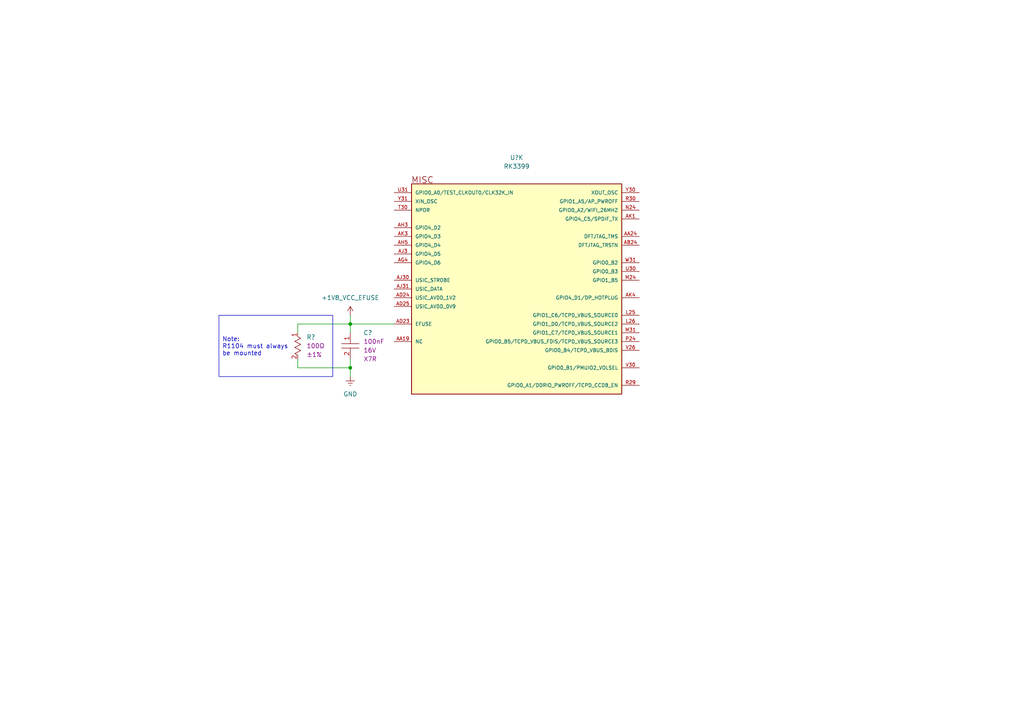
<source format=kicad_sch>
(kicad_sch (version 20250114) (generator "eeschema") (generator_version "9.0")
  (paper "A4")
  (title_block (date "2026-01-09") (rev "1.0.0"))
  (lib_symbols
    (symbol "component_library:Capacitors/CL05B104KO5NNNC"
      (property "Reference" "C" (at 1.27 -1.27 0))
      (property "Capacitance" "100nF" (at 0 0 0))
      (property "Voltage - Rated" "16V" (at 0 0 0))
      (property "Temperature Coefficient" "X7R" (at 0 0 0))
      (symbol "Capacitors/CL05B104KO5NNNC_1_1"
        (pin passive line (at 0 0 270) (length 3.175) (name "") (number "1"))
        (pin passive line (at 0 -7.62 90) (length 3.175) (name "") (number "2"))
      )
    )
    (symbol "component_library:Resistors/0402WGF1000TCE"
      (property "Reference" "R" (at 1.27 2.54 0))
      (property "Resistance" "100Ω" (at 0 0 0))
      (property "Tolerance" "±1%" (at 0 0 0))
      (symbol "Resistors/0402WGF1000TCE_1_1"
        (pin passive line (at 0 0 0) (length 1.143) (name "") (number "1"))
        (pin passive line (at 7.62 0 180) (length 1.143) (name "") (number "2"))
      )
    )
    (symbol "component_library:System On Chip (SoC)/RK3399" (pin_names (offset 1.016))
      (property "Reference" "U" (at -15.24 119.38 0))
      (property "Value" "RK3399" (at -10.8483 -124.354 0))
      (symbol "System On Chip (SoC)/RK3399_1_0"
        (text "Internal Logic Ground and Digital IO Ground" (at -30.48 116.84 0) (effects (font (size 1.7823 1.7823)) (justify left bottom)))
        (pin power_in line (at -20.32 114.3 0) (length 5.08) (name "VSS_1") (number "A1"))
        (pin power_in line (at -20.32 111.76 0) (length 5.08) (name "VSS_2") (number "A27"))
        (pin power_in line (at -20.32 109.22 0) (length 5.08) (name "VSS_3") (number "A31"))
        (pin power_in line (at -20.32 106.68 0) (length 5.08) (name "VSS_4") (number "AA3"))
        (pin power_in line (at -20.32 104.14 0) (length 5.08) (name "VSS_5") (number "AA5"))
        (pin power_in line (at -20.32 101.6 0) (length 5.08) (name "VSS_6") (number "AA9"))
        (pin power_in line (at -20.32 99.06 0) (length 5.08) (name "VSS_7") (number "AF18"))
        (pin power_in line (at -20.32 96.52 0) (length 5.08) (name "VSS_8") (number "Y3"))
        (pin power_in line (at -20.32 93.98 0) (length 5.08) (name "VSS_9") (number "AB9"))
        (pin power_in line (at -20.32 91.44 0) (length 5.08) (name "VSS_10") (number "AF20"))
        (pin power_in line (at -20.32 88.9 0) (length 5.08) (name "VSS_11") (number "AD22"))
        (pin power_in line (at -20.32 86.36 0) (length 5.08) (name "VSS_12") (number "AC22"))
        (pin power_in line (at -20.32 83.82 0) (length 5.08) (name "VSS_13") (number "AC20"))
        (pin power_in line (at -20.32 81.28 0) (length 5.08) (name "VSS_14") (number "AE23"))
        (pin power_in line (at -20.32 78.74 0) (length 5.08) (name "VSS_15") (number "Y10"))
        (pin power_in line (at -20.32 76.2 0) (length 5.08) (name "VSS_16") (number "AC3"))
        (pin power_in line (at -20.32 73.66 0) (length 5.08) (name "VSS_17") (number "AD3"))
        (pin power_in line (at -20.32 71.12 0) (length 5.08) (name "VSS_18") (number "AD5"))
        (pin power_in line (at -20.32 68.58 0) (length 5.08) (name "VSS_19") (number "AD10"))
        (pin power_in line (at -20.32 66.04 0) (length 5.08) (name "VSS_20") (number "AF9"))
        (pin power_in line (at -20.32 63.5 0) (length 5.08) (name "VSS_21") (number "AG2"))
        (pin power_in line (at -20.32 60.96 0) (length 5.08) (name "VSS_22") (number "AJ5"))
        (pin power_in line (at -20.32 58.42 0) (length 5.08) (name "VSS_23") (number "AL1"))
        (pin power_in line (at -20.32 55.88 0) (length 5.08) (name "VSS_24") (number "B5"))
        (pin power_in line (at -20.32 53.34 0) (length 5.08) (name "VSS_25") (number "C8"))
        (pin power_in line (at -20.32 50.8 0) (length 5.08) (name "VSS_26") (number "C9"))
        (pin power_in line (at -20.32 48.26 0) (length 5.08) (name "VSS_27") (number "C11"))
        (pin power_in line (at -20.32 45.72 0) (length 5.08) (name "VSS_28") (number "C12"))
        (pin power_in line (at -20.32 43.18 0) (length 5.08) (name "VSS_29") (number "C14"))
        (pin power_in line (at -20.32 40.64 0) (length 5.08) (name "VSS_30") (number "C15"))
        (pin power_in line (at -20.32 38.1 0) (length 5.08) (name "VSS_31") (number "C17"))
        (pin power_in line (at -20.32 35.56 0) (length 5.08) (name "VSS_32") (number "C18"))
        (pin power_in line (at -20.32 33.02 0) (length 5.08) (name "VSS_33") (number "C20"))
        (pin power_in line (at -20.32 30.48 0) (length 5.08) (name "VSS_34") (number "C21"))
        (pin power_in line (at -20.32 27.94 0) (length 5.08) (name "VSS_35") (number "C23"))
        (pin power_in line (at -20.32 25.4 0) (length 5.08) (name "VSS_36") (number "C24"))
        (pin power_in line (at -20.32 22.86 0) (length 5.08) (name "VSS_37") (number "C26"))
        (pin power_in line (at -20.32 20.32 0) (length 5.08) (name "VSS_38") (number "D5"))
        (pin power_in line (at -20.32 17.78 0) (length 5.08) (name "VSS_39") (number "E2"))
        (pin power_in line (at -20.32 15.24 0) (length 5.08) (name "VSS_40") (number "E4"))
        (pin power_in line (at -20.32 12.7 0) (length 5.08) (name "VSS_41") (number "E7"))
        (pin power_in line (at -20.32 10.16 0) (length 5.08) (name "VSS_42") (number "E12"))
        (pin power_in line (at -20.32 7.62 0) (length 5.08) (name "VSS_43") (number "E15"))
        (pin power_in line (at -20.32 5.08 0) (length 5.08) (name "VSS_44") (number "E18"))
        (pin power_in line (at -20.32 2.54 0) (length 5.08) (name "VSS_45") (number "E21"))
        (pin power_in line (at -20.32 0 0) (length 5.08) (name "VSS_46") (number "E24"))
        (pin power_in line (at -20.32 -2.54 0) (length 5.08) (name "VSS_47") (number "E31"))
        (pin power_in line (at -20.32 -5.08 0) (length 5.08) (name "VSS_48") (number "F8"))
        (pin power_in line (at -20.32 -7.62 0) (length 5.08) (name "VSS_49") (number "F15"))
        (pin power_in line (at -20.32 -10.16 0) (length 5.08) (name "VSS_50") (number "F18"))
        (pin power_in line (at -20.32 -12.7 0) (length 5.08) (name "VSS_51") (number "F20"))
        (pin power_in line (at -20.32 -15.24 0) (length 5.08) (name "VSS_52") (number "F21"))
        (pin power_in line (at -20.32 -17.78 0) (length 5.08) (name "VSS_53") (number "G5"))
        (pin power_in line (at -20.32 -20.32 0) (length 5.08) (name "VSS_54") (number "G9"))
        (pin power_in line (at -20.32 -22.86 0) (length 5.08) (name "VSS_55") (number "G18"))
        (pin power_in line (at -20.32 -25.4 0) (length 5.08) (name "VSS_56") (number "G27"))
        (pin power_in line (at -20.32 -27.94 0) (length 5.08) (name "VSS_57") (number "H3"))
        (pin power_in line (at -20.32 -30.48 0) (length 5.08) (name "VSS_58") (number "H9"))
        (pin power_in line (at -20.32 -33.02 0) (length 5.08) (name "VSS_59") (number "H10"))
        (pin power_in line (at -20.32 -35.56 0) (length 5.08) (name "VSS_60") (number "H11"))
        (pin power_in line (at -20.32 -38.1 0) (length 5.08) (name "VSS_61") (number "H12"))
        (pin power_in line (at -20.32 -40.64 0) (length 5.08) (name "VSS_62") (number "H13"))
        (pin power_in line (at -20.32 -43.18 0) (length 5.08) (name "VSS_63") (number "H15"))
        (pin power_in line (at -20.32 -45.72 0) (length 5.08) (name "VSS_64") (number "H16"))
        (pin power_in line (at -20.32 -48.26 0) (length 5.08) (name "VSS_65") (number "H17"))
        (pin power_in line (at -20.32 -50.8 0) (length 5.08) (name "VSS_66") (number "H18"))
        (pin power_in line (at -20.32 -53.34 0) (length 5.08) (name "VSS_67") (number "H26"))
        (pin power_in line (at -20.32 -55.88 0) (length 5.08) (name "VSS_68") (number "J3"))
        (pin power_in line (at -20.32 -58.42 0) (length 5.08) (name "VSS_69") (number "J6"))
        (pin power_in line (at -20.32 -60.96 0) (length 5.08) (name "VSS_70") (number "J7"))
        (pin power_in line (at -20.32 -63.5 0) (length 5.08) (name "VSS_71") (number "J8"))
        (pin power_in line (at -20.32 -66.04 0) (length 5.08) (name "VSS_72") (number "J9"))
        (pin power_in line (at -20.32 -68.58 0) (length 5.08) (name "VSS_73") (number "J10"))
        (pin power_in line (at -20.32 -71.12 0) (length 5.08) (name "VSS_74") (number "K8"))
        (pin power_in line (at -20.32 -73.66 0) (length 5.08) (name "VSS_75") (number "K9"))
        (pin power_in line (at -20.32 -76.2 0) (length 5.08) (name "VSS_76") (number "K10"))
        (pin power_in line (at -20.32 -78.74 0) (length 5.08) (name "VSS_77") (number "K12"))
        (pin power_in line (at -20.32 -81.28 0) (length 5.08) (name "VSS_78") (number "K14"))
        (pin power_in line (at -20.32 -83.82 0) (length 5.08) (name "VSS_79") (number "K16"))
        (pin power_in line (at -20.32 -86.36 0) (length 5.08) (name "VSS_80") (number "K18"))
        (pin power_in line (at -20.32 -88.9 0) (length 5.08) (name "VSS_81") (number "W21"))
        (pin power_in line (at -20.32 -91.44 0) (length 5.08) (name "VSS_82") (number "K20"))
        (pin power_in line (at -20.32 -93.98 0) (length 5.08) (name "VSS_83") (number "N19"))
        (pin power_in line (at -20.32 -96.52 0) (length 5.08) (name "VSS_84") (number "K22"))
        (pin power_in line (at -20.32 -99.06 0) (length 5.08) (name "VSS_85") (number "L3"))
        (pin power_in line (at -20.32 -101.6 0) (length 5.08) (name "VSS_86") (number "L6"))
        (pin power_in line (at -20.32 -104.14 0) (length 5.08) (name "VSS_87") (number "L8"))
        (pin power_in line (at -20.32 -106.68 0) (length 5.08) (name "VSS_88") (number "L11"))
        (pin power_in line (at -20.32 -109.22 0) (length 5.08) (name "VSS_89") (number "L12"))
        (pin power_in line (at -20.32 -111.76 0) (length 5.08) (name "VSS_90") (number "L13"))
        (pin power_in line (at 20.32 114.3 180) (length 5.08) (name "VSS_91") (number "L14"))
        (pin power_in line (at 20.32 111.76 180) (length 5.08) (name "VSS_92") (number "L15"))
        (pin power_in line (at 20.32 109.22 180) (length 5.08) (name "VSS_93") (number "L16"))
        (pin power_in line (at 20.32 106.68 180) (length 5.08) (name "VSS_94") (number "N17"))
        (pin power_in line (at 20.32 104.14 180) (length 5.08) (name "VSS_95") (number "Y17"))
        (pin power_in line (at 20.32 101.6 180) (length 5.08) (name "VSS_96") (number "L20"))
        (pin power_in line (at 20.32 99.06 180) (length 5.08) (name "VSS_97") (number "L22"))
        (pin power_in line (at 20.32 96.52 180) (length 5.08) (name "VSS_98") (number "N21"))
        (pin power_in line (at 20.32 93.98 180) (length 5.08) (name "VSS_99") (number "L27"))
        (pin power_in line (at 20.32 91.44 180) (length 5.08) (name "VSS_100") (number "M3"))
        (pin power_in line (at 20.32 88.9 180) (length 5.08) (name "VSS_101") (number "M8"))
        (pin power_in line (at 20.32 86.36 180) (length 5.08) (name "VSS_102") (number "M10"))
        (pin power_in line (at 20.32 83.82 180) (length 5.08) (name "VSS_103") (number "M16"))
        (pin power_in line (at 20.32 81.28 180) (length 5.08) (name "VSS_104") (number "M23"))
        (pin power_in line (at 20.32 78.74 180) (length 5.08) (name "VSS_105") (number "N8"))
        (pin power_in line (at 20.32 76.2 180) (length 5.08) (name "VSS_106") (number "P11"))
        (pin power_in line (at 20.32 73.66 180) (length 5.08) (name "VSS_107") (number "P12"))
        (pin power_in line (at 20.32 71.12 180) (length 5.08) (name "VSS_108") (number "N13"))
        (pin power_in line (at 20.32 68.58 180) (length 5.08) (name "VSS_109") (number "N14"))
        (pin power_in line (at 20.32 66.04 180) (length 5.08) (name "VSS_110") (number "N15"))
        (pin power_in line (at 20.32 63.5 180) (length 5.08) (name "VSS_111") (number "N16"))
        (pin power_in line (at 20.32 60.96 180) (length 5.08) (name "VSS_112") (number "P3"))
        (pin power_in line (at 20.32 58.42 180) (length 5.08) (name "VSS_113") (number "P6"))
        (pin power_in line (at 20.32 55.88 180) (length 5.08) (name "VSS_114") (number "P7"))
        (pin power_in line (at 20.32 53.34 180) (length 5.08) (name "VSS_115") (number "P8"))
        (pin power_in line (at 20.32 50.8 180) (length 5.08) (name "VSS_116") (number "P10"))
        (pin power_in line (at 20.32 48.26 180) (length 5.08) (name "VSS_117") (number "P16"))
        (pin power_in line (at 20.32 45.72 180) (length 5.08) (name "VSS_118") (number "Y16"))
        (pin power_in line (at 20.32 43.18 180) (length 5.08) (name "VSS_119") (number "P19"))
        (pin power_in line (at 20.32 40.64 180) (length 5.08) (name "VSS_120") (number "R21"))
        (pin power_in line (at 20.32 38.1 180) (length 5.08) (name "VSS_121") (number "P21"))
        (pin power_in line (at 20.32 35.56 180) (length 5.08) (name "VSS_122") (number "T19"))
        (pin power_in line (at 20.32 33.02 180) (length 5.08) (name "VSS_123") (number "R3"))
        (pin power_in line (at 20.32 30.48 180) (length 5.08) (name "VSS_124") (number "R5"))
        (pin power_in line (at 20.32 27.94 180) (length 5.08) (name "VSS_125") (number "R6"))
        (pin power_in line (at 20.32 25.4 180) (length 5.08) (name "VSS_126") (number "U11"))
        (pin power_in line (at 20.32 22.86 180) (length 5.08) (name "VSS_127") (number "U12"))
        (pin power_in line (at 20.32 20.32 180) (length 5.08) (name "VSS_128") (number "W13"))
        (pin power_in line (at 20.32 17.78 180) (length 5.08) (name "VSS_129") (number "R14"))
        (pin power_in line (at 20.32 15.24 180) (length 5.08) (name "VSS_130") (number "R15"))
        (pin power_in line (at 20.32 12.7 180) (length 5.08) (name "VSS_131") (number "R16"))
        (pin power_in line (at 20.32 10.16 180) (length 5.08) (name "VSS_132") (number "AC21"))
        (pin power_in line (at 20.32 7.62 180) (length 5.08) (name "VSS_133") (number "R23"))
        (pin power_in line (at 20.32 5.08 180) (length 5.08) (name "VSS_134") (number "T8"))
        (pin power_in line (at 20.32 2.54 180) (length 5.08) (name "VSS_135") (number "T10"))
        (pin power_in line (at 20.32 0 180) (length 5.08) (name "VSS_136") (number "Y12"))
        (pin power_in line (at 20.32 -2.54 180) (length 5.08) (name "VSS_137") (number "U14"))
        (pin power_in line (at 20.32 -5.08 180) (length 5.08) (name "VSS_138") (number "T16"))
        (pin power_in line (at 20.32 -7.62 180) (length 5.08) (name "VSS_139") (number "T21"))
        (pin power_in line (at 20.32 -10.16 180) (length 5.08) (name "VSS_140") (number "AB19"))
        (pin power_in line (at 20.32 -12.7 180) (length 5.08) (name "VSS_141") (number "U3"))
        (pin power_in line (at 20.32 -15.24 180) (length 5.08) (name "VSS_142") (number "U8"))
        (pin power_in line (at 20.32 -17.78 180) (length 5.08) (name "VSS_143") (number "U15"))
        (pin power_in line (at 20.32 -20.32 180) (length 5.08) (name "VSS_144") (number "U16"))
        (pin power_in line (at 20.32 -22.86 180) (length 5.08) (name "VSS_145") (number "AC18"))
        (pin power_in line (at 20.32 -25.4 180) (length 5.08) (name "VSS_146") (number "U19"))
        (pin power_in line (at 20.32 -27.94 180) (length 5.08) (name "VSS_147") (number "U21"))
        (pin power_in line (at 20.32 -30.48 180) (length 5.08) (name "VSS_148") (number "V17"))
        (pin power_in line (at 20.32 -33.02 180) (length 5.08) (name "VSS_149") (number "U22"))
        (pin power_in line (at 20.32 -35.56 180) (length 5.08) (name "VSS_150") (number "U29"))
        (pin power_in line (at 20.32 -38.1 180) (length 5.08) (name "VSS_151") (number "V3"))
        (pin power_in line (at 20.32 -40.64 180) (length 5.08) (name "VSS_152") (number "V5"))
        (pin power_in line (at 20.32 -43.18 180) (length 5.08) (name "VSS_153") (number "V8"))
        (pin power_in line (at 20.32 -45.72 180) (length 5.08) (name "VSS_154") (number "V10"))
        (pin power_in line (at 20.32 -48.26 180) (length 5.08) (name "VSS_155") (number "Y11"))
        (pin power_in line (at 20.32 -50.8 180) (length 5.08) (name "VSS_156") (number "Y14"))
        (pin power_in line (at 20.32 -53.34 180) (length 5.08) (name "VSS_157") (number "Y15"))
        (pin power_in line (at 20.32 -55.88 180) (length 5.08) (name "VSS_158") (number "W22"))
        (pin power_in line (at 20.32 -58.42 180) (length 5.08) (name "VSS_159") (number "W17"))
        (pin power_in line (at 20.32 -60.96 180) (length 5.08) (name "VSS_160") (number "W30"))
        (pin power_in line (at 20.32 -63.5 180) (length 5.08) (name "VSS_161") (number "W8"))
        (pin power_in line (at 20.32 -66.04 180) (length 5.08) (name "VSS_162") (number "W9"))
        (pin power_in line (at 20.32 -68.58 180) (length 5.08) (name "VSS_163") (number "AD21"))
        (pin power_in line (at 20.32 -71.12 180) (length 5.08) (name "VSS_164") (number "Y13"))
        (pin power_in line (at 20.32 -73.66 180) (length 5.08) (name "VSS_165") (number "R18"))
        (pin power_in line (at 20.32 -76.2 180) (length 5.08) (name "VSS_166") (number "Y9"))
        (pin power_in line (at 20.32 -78.74 180) (length 5.08) (name "VSS_167") (number "W19"))
        (pin power_in line (at 20.32 -81.28 180) (length 5.08) (name "VSS_168") (number "T18"))
        (pin power_in line (at 20.32 -83.82 180) (length 5.08) (name "VSS_169") (number "W18"))
        (pin power_in line (at 20.32 -86.36 180) (length 5.08) (name "VSS_170") (number "Y20"))
        (pin power_in line (at 20.32 -88.9 180) (length 5.08) (name "VSS_171") (number "AJ28"))
        (pin power_in line (at 20.32 -91.44 180) (length 5.08) (name "VSS_172") (number "AJ21"))
        (pin power_in line (at 20.32 -93.98 180) (length 5.08) (name "VSS_173") (number "AJ23"))
        (pin power_in line (at 20.32 -96.52 180) (length 5.08) (name "VSS_174") (number "AJ24"))
        (pin power_in line (at 20.32 -99.06 180) (length 5.08) (name "VSS_175") (number "AJ26"))
        (pin power_in line (at 20.32 -101.6 180) (length 5.08) (name "VSS_176") (number "AJ27"))
        (pin power_in line (at 20.32 -104.14 180) (length 5.08) (name "VSS_177") (number "AA13"))
        (pin power_in line (at 20.32 -106.68 180) (length 5.08) (name "VSS_178") (number "AL31"))
        (pin power_in line (at 20.32 -109.22 180) (length 5.08) (name "VSS_179") (number "AA10"))
        (pin power_in line (at 20.32 -111.76 180) (length 5.08) (name "VSS_180") (number "AJ20"))
      )
      (symbol "System On Chip (SoC)/RK3399_2_0"
        (text "Analog Ground" (at -15.3236 48.4013 0) (effects (font (size 1.784 1.784)) (justify left bottom)))
        (pin power_in line (at -20.32 43.18 0) (length 5.08) (name "AVSS_1") (number "Y23"))
        (pin power_in line (at -20.32 40.64 0) (length 5.08) (name "AVSS_2") (number "AF23"))
        (pin power_in line (at -20.32 38.1 0) (length 5.08) (name "AVSS_3") (number "AF24"))
        (pin power_in line (at -20.32 35.56 0) (length 5.08) (name "AVSS_4") (number "AA23"))
        (pin power_in line (at -20.32 33.02 0) (length 5.08) (name "AVSS_5") (number "AB23"))
        (pin power_in line (at -20.32 30.48 0) (length 5.08) (name "AVSS_6") (number "AA26"))
        (pin power_in line (at -20.32 27.94 0) (length 5.08) (name "AVSS_7") (number "AA29"))
        (pin power_in line (at -20.32 25.4 0) (length 5.08) (name "AVSS_8") (number "AB11"))
        (pin power_in line (at -20.32 22.86 0) (length 5.08) (name "AVSS_9") (number "AB13"))
        (pin power_in line (at -20.32 20.32 0) (length 5.08) (name "AVSS_10") (number "AC15"))
        (pin power_in line (at -20.32 17.78 0) (length 5.08) (name "AVSS_11") (number "AD13"))
        (pin power_in line (at -20.32 15.24 0) (length 5.08) (name "AVSS_12") (number "AB10"))
        (pin power_in line (at -20.32 12.7 0) (length 5.08) (name "AVSS_13") (number "AA11"))
        (pin power_in line (at -20.32 10.16 0) (length 5.08) (name "AVSS_14") (number "AC26"))
        (pin power_in line (at -20.32 7.62 0) (length 5.08) (name "AVSS_15") (number "AC29"))
        (pin power_in line (at -20.32 5.08 0) (length 5.08) (name "AVSS_16") (number "AD17"))
        (pin power_in line (at -20.32 2.54 0) (length 5.08) (name "AVSS_17") (number "AA12"))
        (pin power_in line (at -20.32 0 0) (length 5.08) (name "AVSS_18") (number "AC16"))
        (pin power_in line (at -20.32 -2.54 0) (length 5.08) (name "AVSS_19") (number "AC23"))
        (pin power_in line (at -20.32 -5.08 0) (length 5.08) (name "AVSS_20") (number "AD29"))
        (pin power_in line (at -20.32 -7.62 0) (length 5.08) (name "AVSS_21") (number "AE11"))
        (pin power_in line (at -20.32 -10.16 0) (length 5.08) (name "AVSS_22") (number "AE12"))
        (pin power_in line (at -20.32 -12.7 0) (length 5.08) (name "AVSS_23") (number "AE14"))
        (pin power_in line (at -20.32 -15.24 0) (length 5.08) (name "AVSS_24") (number "AE17"))
        (pin power_in line (at -20.32 -17.78 0) (length 5.08) (name "AVSS_25") (number "AE27"))
        (pin power_in line (at -20.32 -20.32 0) (length 5.08) (name "AVSS_26") (number "AA14"))
        (pin power_in line (at -20.32 -22.86 0) (length 5.08) (name "AVSS_27") (number "AF17"))
        (pin power_in line (at -20.32 -25.4 0) (length 5.08) (name "AVSS_28") (number "AF29"))
        (pin power_in line (at -20.32 -27.94 0) (length 5.08) (name "AVSS_29") (number "AG29"))
        (pin power_in line (at -20.32 -30.48 0) (length 5.08) (name "AVSS_30") (number "AH29"))
        (pin power_in line (at -20.32 -33.02 0) (length 5.08) (name "AVSS_31") (number "AJ6"))
        (pin power_in line (at -20.32 -35.56 0) (length 5.08) (name "AVSS_32") (number "AJ8"))
        (pin power_in line (at -20.32 -38.1 0) (length 5.08) (name "AVSS_33") (number "AJ9"))
        (pin power_in line (at -20.32 -40.64 0) (length 5.08) (name "AVSS_34") (number "AJ11"))
        (pin power_in line (at -20.32 -43.18 0) (length 5.08) (name "AVSS_35") (number "AJ12"))
        (pin power_in line (at 20.32 43.18 180) (length 5.08) (name "AVSS_36") (number "AJ14"))
        (pin power_in line (at 20.32 40.64 180) (length 5.08) (name "AVSS_37") (number "AJ15"))
        (pin power_in line (at 20.32 38.1 180) (length 5.08) (name "AVSS_38") (number "AJ17"))
        (pin power_in line (at 20.32 35.56 180) (length 5.08) (name "AVSS_39") (number "AJ18"))
        (pin power_in line (at 20.32 33.02 180) (length 5.08) (name "AVSS_40") (number "AD26"))
        (pin power_in line (at 20.32 30.48 180) (length 5.08) (name "AVSS_41") (number "AB16"))
        (pin power_in line (at 20.32 27.94 180) (length 5.08) (name "AVSS_42") (number "AB15"))
        (pin power_in line (at 20.32 25.4 180) (length 5.08) (name "AVSS_43") (number "AC17"))
        (pin power_in line (at 20.32 22.86 180) (length 5.08) (name "AVSS_44") (number "AC11"))
        (pin power_in line (at 20.32 20.32 180) (length 5.08) (name "AVSS_45") (number "AC13"))
        (pin power_in line (at 20.32 17.78 180) (length 5.08) (name "AVSS_46") (number "W23"))
        (pin power_in line (at 20.32 15.24 180) (length 5.08) (name "AVSS_47") (number "AJ29"))
        (pin power_in line (at 20.32 12.7 180) (length 5.08) (name "AVSS_48") (number "Y29"))
        (pin power_in line (at 20.32 10.16 180) (length 5.08) (name "AVSS_49") (number "U23"))
        (pin power_in line (at 20.32 7.62 180) (length 5.08) (name "AVSS_50") (number "V23"))
        (pin power_in line (at 20.32 5.08 180) (length 5.08) (name "AVSS_51") (number "AC25"))
        (pin power_in line (at 20.32 2.54 180) (length 5.08) (name "AVSS_52") (number "AB17"))
        (pin power_in line (at 20.32 0 180) (length 5.08) (name "AVSS_53") (number "AA15"))
        (pin power_in line (at 20.32 -7.62 180) (length 5.08) (name "EDP_AVSS_1") (number "B31"))
        (pin power_in line (at 20.32 -10.16 180) (length 5.08) (name "EDP_AVSS_2") (number "C28"))
        (pin power_in line (at 20.32 -12.7 180) (length 5.08) (name "EDP_AVSS_3") (number "C29"))
        (pin power_in line (at 20.32 -15.24 180) (length 5.08) (name "EDP_AVSS_4") (number "D29"))
        (pin power_in line (at 20.32 -17.78 180) (length 5.08) (name "EDP_AVSS_5") (number "H19"))
        (pin power_in line (at 20.32 -20.32 180) (length 5.08) (name "EDP_AVSS_6") (number "J21"))
        (pin power_in line (at 20.32 -30.48 180) (length 5.08) (name "PLL_AVSS") (number "P17"))
      )
      (symbol "System On Chip (SoC)/RK3399_3_0"
        (text "Internal Center Logic Power" (at -17.78 7.62 0) (effects (font (size 1.7808 1.7808)) (justify left bottom)))
        (pin power_in line (at -25.4 5.08 0) (length 5.08) (name "CENTERLOGIC_VDD_1") (number "M11"))
        (pin power_in line (at -25.4 2.54 0) (length 5.08) (name "CENTERLOGIC_VDD_2") (number "M12"))
        (pin power_in line (at -25.4 0 0) (length 5.08) (name "CENTERLOGIC_VDD_3") (number "M13"))
        (pin power_in line (at -25.4 -2.54 0) (length 5.08) (name "CENTERLOGIC_VDD_4") (number "M14"))
        (pin power_in line (at -25.4 -5.08 0) (length 5.08) (name "CENTERLOGIC_VDD_5") (number "M15"))
        (pin power_in line (at 25.4 5.08 180) (length 5.08) (name "CENTERLOGIC_VDD_6") (number "N11"))
        (pin power_in line (at 25.4 2.54 180) (length 5.08) (name "CENTERLOGIC_VDD_7") (number "N12"))
        (pin power_in line (at 25.4 0 180) (length 5.08) (name "CENTERLOGIC_VDD_8") (number "P13"))
        (pin power_in line (at 25.4 -2.54 180) (length 5.08) (name "CENTERLOGIC_VDD_9") (number "P14"))
        (pin power_in line (at 25.4 -5.08 180) (length 5.08) (name "CENTERLOGIC_VDD_10") (number "P15"))
      )
      (symbol "System On Chip (SoC)/RK3399_4_0"
        (text "Internal GPU Power" (at -15.3324 15.3417 0) (effects (font (size 1.7843 1.7843)) (justify left bottom)))
        (pin power_in line (at -20.32 12.7 0) (length 5.08) (name "GPU_VDD_1") (number "W11"))
        (pin power_in line (at -20.32 10.16 0) (length 5.08) (name "GPU_VDD_2") (number "W12"))
        (pin power_in line (at -20.32 7.62 0) (length 5.08) (name "GPU_VDD_3") (number "W14"))
        (pin power_in line (at -20.32 5.08 0) (length 5.08) (name "GPU_VDD_4") (number "V15"))
        (pin power_in line (at -20.32 2.54 0) (length 5.08) (name "GPU_VDD_5") (number "V14"))
        (pin power_in line (at -20.32 0 0) (length 5.08) (name "GPU_VDD_6") (number "V13"))
        (pin power_in line (at -20.32 -2.54 0) (length 5.08) (name "GPU_VDD_7") (number "U13"))
        (pin power_in line (at -20.32 -5.08 0) (length 5.08) (name "GPU_VDD_8") (number "R11"))
        (pin power_in line (at -20.32 -7.62 0) (length 5.08) (name "GPU_VDD_9") (number "R12"))
        (pin power_in line (at -20.32 -10.16 0) (length 5.08) (name "GPU_VDD_10") (number "T11"))
        (pin power_in line (at 20.32 12.7 180) (length 5.08) (name "GPU_VDD_11") (number "T12"))
        (pin power_in line (at 20.32 10.16 180) (length 5.08) (name "GPU_VDD_12") (number "T13"))
        (pin power_in line (at 20.32 7.62 180) (length 5.08) (name "GPU_VDD_13") (number "R13"))
        (pin power_in line (at 20.32 5.08 180) (length 5.08) (name "GPU_VDD_14") (number "T14"))
        (pin power_in line (at 20.32 2.54 180) (length 5.08) (name "GPU_VDD_15") (number "V11"))
        (pin power_in line (at 20.32 0 180) (length 5.08) (name "GPU_VDD_16") (number "V12"))
        (pin power_in line (at 20.32 -2.54 180) (length 5.08) (name "GPU_VDD_17") (number "V16"))
        (pin power_in line (at 20.32 -5.08 180) (length 5.08) (name "GPU_VDD_18") (number "W16"))
        (pin power_in line (at 20.32 -7.62 180) (length 5.08) (name "GPU_VDD_19") (number "W15"))
        (pin power_in line (at 20.32 -10.16 180) (length 5.08) (name "GPU_VDD_20") (number "W10"))
        (pin power_out line (at 20.32 -12.7 180) (length 5.08) (name "GPU_VDD_COM") (number "T15"))
      )
      (symbol "System On Chip (SoC)/RK3399_5_0"
        (text "Internal BIG CPU A72 Power" (at -17.78 10.16 0) (effects (font (size 1.7837 1.7837)) (justify left bottom)))
        (pin power_in line (at -20.32 7.62 0) (length 5.08) (name "BIGCPU_VDD_1") (number "L19"))
        (pin power_in line (at -20.32 5.08 0) (length 5.08) (name "BIGCPU_VDD_2") (number "L21"))
        (pin power_in line (at -20.32 2.54 0) (length 5.08) (name "BIGCPU_VDD_3") (number "M18"))
        (pin power_in line (at -20.32 0 0) (length 5.08) (name "BIGCPU_VDD_4") (number "M19"))
        (pin power_in line (at -20.32 -2.54 0) (length 5.08) (name "BIGCPU_VDD_5") (number "M20"))
        (pin power_in line (at -20.32 -5.08 0) (length 5.08) (name "BIGCPU_VDD_6") (number "M21"))
        (pin power_in line (at -20.32 -7.62 0) (length 5.08) (name "BIGCPU_VDD_7") (number "M22"))
        (pin power_in line (at 20.32 7.62 180) (length 5.08) (name "BIGCPU_VDD_8") (number "L18"))
        (pin power_in line (at 20.32 5.08 180) (length 5.08) (name "BIGCPU_VDD_9") (number "N22"))
        (pin power_in line (at 20.32 2.54 180) (length 5.08) (name "BIGCPU_VDD_10") (number "N20"))
        (pin power_in line (at 20.32 0 180) (length 5.08) (name "BIGCPU_VDD_11") (number "L23"))
        (pin power_in line (at 20.32 -2.54 180) (length 5.08) (name "BIGCPU_VDD_12") (number "K19"))
        (pin power_in line (at 20.32 -5.08 180) (length 5.08) (name "BIGCPU_VDD_13") (number "K21"))
        (pin power_out line (at 20.32 -7.62 180) (length 5.08) (name "BIGCPU_VDD_COM") (number "N18"))
      )
      (symbol "System On Chip (SoC)/RK3399_6_0"
        (text "Internal Logic Power" (at -15.24 10.16 0) (effects (font (size 1.7838 1.7838)) (justify left bottom)))
        (pin power_in line (at -20.32 7.62 0) (length 5.08) (name "LOGIC_VDD_1") (number "V22"))
        (pin power_in line (at -20.32 5.08 0) (length 5.08) (name "LOGIC_VDD_2") (number "V21"))
        (pin power_in line (at -20.32 2.54 0) (length 5.08) (name "LOGIC_VDD_3") (number "V20"))
        (pin power_in line (at -20.32 0 0) (length 5.08) (name "LOGIC_VDD_4") (number "V19"))
        (pin power_in line (at -20.32 -2.54 0) (length 5.08) (name "LOGIC_VDD_5") (number "V18"))
        (pin power_in line (at -20.32 -5.08 0) (length 5.08) (name "LOGIC_VDD_6") (number "W20"))
        (pin power_in line (at 20.32 7.62 180) (length 5.08) (name "LOGIC_VDD_7") (number "U18"))
        (pin power_in line (at 20.32 5.08 180) (length 5.08) (name "LOGIC_VDD_8") (number "U17"))
        (pin power_in line (at 20.32 2.54 180) (length 5.08) (name "LOGIC_VDD_9") (number "M17"))
        (pin power_in line (at 20.32 0 180) (length 5.08) (name "LOGIC_VDD_10") (number "L17"))
        (pin power_in line (at 20.32 -2.54 180) (length 5.08) (name "LOGIC_VDD_11") (number "T17"))
        (pin power_in line (at 20.32 -5.08 180) (length 5.08) (name "LOGIC_VDD_12") (number "U20"))
      )
      (symbol "System On Chip (SoC)/RK3399_7_0"
        (text "Internal LITTLE CPU A53 Power" (at -20.4095 5.1351 0) (effects (font (size 1.7835 1.7835)) (justify left bottom)))
        (pin power_in line (at -20.32 2.54 0) (length 5.08) (name "LITCPU_VDD_1") (number "P20"))
        (pin power_in line (at -20.32 0 0) (length 5.08) (name "LITCPU_VDD_2") (number "R19"))
        (pin power_in line (at -20.32 -2.54 0) (length 5.08) (name "LITCPU_VDD_3") (number "R20"))
        (pin power_in line (at -20.32 -5.08 0) (length 5.08) (name "LITCPU_VDD_4") (number "P22"))
        (pin power_in line (at 20.32 2.54 180) (length 5.08) (name "LITCPU_VDD_5") (number "T22"))
        (pin power_in line (at 20.32 0 180) (length 5.08) (name "LITCPU_VDD_6") (number "T20"))
        (pin power_in line (at 20.32 -2.54 180) (length 5.08) (name "LITCPU_VDD_7") (number "R22"))
      )
      (symbol "System On Chip (SoC)/RK3399_8_0"
        (text "PCIe differential data I/O signals" (at -20.4082 22.9382 0) (effects (font (size 1.7834 1.7834)) (justify left bottom)))
        (pin input line (at -25.4 20.32 0) (length 5.08) (name "PCIE_RX0_P") (number "AF30"))
        (pin input line (at -25.4 17.78 0) (length 5.08) (name "PCIE_RX0_N") (number "AF31"))
        (pin input line (at -25.4 12.7 0) (length 5.08) (name "PCIE_RX1_P") (number "AH30"))
        (pin input line (at -25.4 10.16 0) (length 5.08) (name "PCIE_RX1_N") (number "AH31"))
        (pin input line (at -25.4 5.08 0) (length 5.08) (name "PCIE_RX2_P") (number "AC27"))
        (pin input line (at -25.4 2.54 0) (length 5.08) (name "PCIE_RX2_N") (number "AC28"))
        (pin input line (at -25.4 -2.54 0) (length 5.08) (name "PCIE_RX3_P") (number "AF27"))
        (pin input line (at -25.4 -5.08 0) (length 5.08) (name "PCIE_RX3_N") (number "AF28"))
        (pin input clock (at -25.4 -10.16 0) (length 5.08) (name "GPIO4_D0/PCIE_CLKREQNB") (number "AE6"))
        (pin power_in line (at 25.4 20.32 180) (length 5.08) (name "PCIE_AVDD_0V9") (number "W24"))
        (pin power_in line (at 25.4 17.78 180) (length 5.08) (name "PCIE_AVDD_1V8") (number "Y24"))
        (pin output line (at 25.4 12.7 180) (length 5.08) (name "PCIE_TX0_P") (number "AE30"))
        (pin output line (at 25.4 10.16 180) (length 5.08) (name "PCIE_TX0_N") (number "AE31"))
        (pin output line (at 25.4 5.08 180) (length 5.08) (name "PCIE_TX1_P") (number "AG30"))
        (pin output line (at 25.4 2.54 180) (length 5.08) (name "PCIE_TX1_N") (number "AG31"))
        (pin output line (at 25.4 -2.54 180) (length 5.08) (name "PCIE_TX2_P") (number "AA27"))
        (pin output line (at 25.4 -5.08 180) (length 5.08) (name "PCIE_TX2_N") (number "AA28"))
        (pin output line (at 25.4 -10.16 180) (length 5.08) (name "PCIE_TX3_P") (number "AD27"))
        (pin output line (at 25.4 -12.7 180) (length 5.08) (name "PCIE_TX3_N") (number "AD28"))
        (pin output line (at 25.4 -17.78 180) (length 5.08) (name "PCIE_RCLK_100M_N") (number "AD30"))
        (pin output line (at 25.4 -20.32 180) (length 5.08) (name "PCIE_RCLK_100M_P") (number "AD31"))
      )
      (symbol "System On Chip (SoC)/RK3399_9_0"
        (text "DDRC0" (at -20.4006 73.8062 0) (effects (font (size 1.7827 1.7827)) (justify left bottom)))
        (pin bidirectional line (at -25.4 71.12 0) (length 5.08) (name "DDR0_DQ0") (number "AB2"))
        (pin bidirectional line (at -25.4 68.58 0) (length 5.08) (name "DDR0_DQ1") (number "AB1"))
        (pin bidirectional line (at -25.4 66.04 0) (length 5.08) (name "DDR0_DQ2") (number "AA2"))
        (pin bidirectional line (at -25.4 63.5 0) (length 5.08) (name "DDR0_DQ3") (number "AA1"))
        (pin bidirectional line (at -25.4 60.96 0) (length 5.08) (name "DDR0_DQ4") (number "Y2"))
        (pin bidirectional line (at -25.4 58.42 0) (length 5.08) (name "DDR0_DQ5") (number "Y1"))
        (pin bidirectional line (at -25.4 55.88 0) (length 5.08) (name "DDR0_DQ6") (number "W1"))
        (pin bidirectional line (at -25.4 53.34 0) (length 5.08) (name "DDR0_DQ7") (number "W2"))
        (pin bidirectional line (at -25.4 50.8 0) (length 5.08) (name "DDR0_DQ8") (number "AF2"))
        (pin bidirectional line (at -25.4 48.26 0) (length 5.08) (name "DDR0_DQ9") (number "AE2"))
        (pin bidirectional line (at -25.4 45.72 0) (length 5.08) (name "DDR0_DQ10") (number "AF1"))
        (pin bidirectional line (at -25.4 43.18 0) (length 5.08) (name "DDR0_DQ11") (number "AD2"))
        (pin bidirectional line (at -25.4 40.64 0) (length 5.08) (name "DDR0_DQ12") (number "AE1"))
        (pin bidirectional line (at -25.4 38.1 0) (length 5.08) (name "DDR0_DQ13") (number "AD1"))
        (pin bidirectional line (at -25.4 35.56 0) (length 5.08) (name "DDR0_DQ14") (number "AC1"))
        (pin bidirectional line (at -25.4 33.02 0) (length 5.08) (name "DDR0_DQ15") (number "AC2"))
        (pin bidirectional line (at -25.4 30.48 0) (length 5.08) (name "DDR0_DQ16") (number "V1"))
        (pin bidirectional line (at -25.4 27.94 0) (length 5.08) (name "DDR0_DQ17") (number "V2"))
        (pin bidirectional line (at -25.4 25.4 0) (length 5.08) (name "DDR0_DQ18") (number "U1"))
        (pin bidirectional line (at -25.4 22.86 0) (length 5.08) (name "DDR0_DQ19") (number "U2"))
        (pin bidirectional line (at -25.4 20.32 0) (length 5.08) (name "DDR0_DQ20") (number "T1"))
        (pin bidirectional line (at -25.4 17.78 0) (length 5.08) (name "DDR0_DQ21") (number "T2"))
        (pin bidirectional line (at -25.4 15.24 0) (length 5.08) (name "DDR0_DQ22") (number "R2"))
        (pin bidirectional line (at -25.4 12.7 0) (length 5.08) (name "DDR0_DQ23") (number "R1"))
        (pin bidirectional line (at -25.4 10.16 0) (length 5.08) (name "DDR0_DQ24") (number "P1"))
        (pin bidirectional line (at -25.4 7.62 0) (length 5.08) (name "DDR0_DQ25") (number "P2"))
        (pin bidirectional line (at -25.4 5.08 0) (length 5.08) (name "DDR0_DQ26") (number "N1"))
        (pin bidirectional line (at -25.4 2.54 0) (length 5.08) (name "DDR0_DQ27") (number "M1"))
        (pin bidirectional line (at -25.4 0 0) (length 5.08) (name "DDR0_DQ28") (number "N2"))
        (pin bidirectional line (at -25.4 -2.54 0) (length 5.08) (name "DDR0_DQ29") (number "L1"))
        (pin bidirectional line (at -25.4 -5.08 0) (length 5.08) (name "DDR0_DQ30") (number "M2"))
        (pin bidirectional line (at -25.4 -7.62 0) (length 5.08) (name "DDR0_DQ31") (number "L2"))
        (pin bidirectional line (at -25.4 -15.24 0) (length 5.08) (name "DDR0_DQS0P") (number "Y4"))
        (pin bidirectional line (at -25.4 -17.78 0) (length 5.08) (name "DDR0_DQS0N") (number "AA4"))
        (pin bidirectional line (at -25.4 -20.32 0) (length 5.08) (name "DDR0_DQS1P") (number "AC4"))
        (pin bidirectional line (at -25.4 -22.86 0) (length 5.08) (name "DDR0_DQS1N") (number "AD4"))
        (pin bidirectional line (at -25.4 -25.4 0) (length 5.08) (name "DDR0_DQS2P") (number "U4"))
        (pin bidirectional line (at -25.4 -27.94 0) (length 5.08) (name "DDR0_DQS2N") (number "V4"))
        (pin bidirectional line (at -25.4 -30.48 0) (length 5.08) (name "DDR0_DQS3P") (number "P4"))
        (pin bidirectional line (at -25.4 -33.02 0) (length 5.08) (name "DDR0_DQS3N") (number "R4"))
        (pin bidirectional line (at -25.4 -43.18 0) (length 5.08) (name "DDR0_PZQ") (number "R7"))
        (pin power_in line (at -25.4 -58.42 0) (length 5.08) (name "DDR0PLL_AVDD_0V9") (number "R8"))
        (pin power_in line (at -25.4 -60.96 0) (length 5.08) (name "DDR0_CLK_VDD") (number "M7"))
        (pin power_in line (at -25.4 -63.5 0) (length 5.08) (name "DDR0_VDD_1") (number "L9"))
        (pin power_in line (at -25.4 -66.04 0) (length 5.08) (name "DDR0_VDD_2") (number "L10"))
        (pin power_in line (at -25.4 -68.58 0) (length 5.08) (name "DDR0_VDD_3") (number "M9"))
        (pin power_in line (at -25.4 -71.12 0) (length 5.08) (name "DDR0_VDD_4") (number "N9"))
        (pin power_in line (at -25.4 -73.66 0) (length 5.08) (name "DDR0_VDD_5") (number "N10"))
        (pin power_in line (at -25.4 -76.2 0) (length 5.08) (name "DDR0_VDD_6") (number "P9"))
        (pin power_in line (at -25.4 -78.74 0) (length 5.08) (name "DDR0_VDD_7") (number "R9"))
        (pin output line (at 25.4 71.12 180) (length 5.08) (name "DDR0_CLK0P") (number "H4"))
        (pin output line (at 25.4 68.58 180) (length 5.08) (name "DDR0_CLK1P") (number "H5"))
        (pin output line (at 25.4 66.04 180) (length 5.08) (name "DDR0_CLK0N") (number "J4"))
        (pin output line (at 25.4 63.5 180) (length 5.08) (name "DDR0_CLK1N") (number "J5"))
        (pin output line (at 25.4 58.42 180) (length 5.08) (name "DDR0_RESETN") (number "L7"))
        (pin output line (at 25.4 53.34 180) (length 5.08) (name "DDR0_RASN") (number "F3"))
        (pin output line (at 25.4 50.8 180) (length 5.08) (name "DDR0_CASN") (number "H6"))
        (pin output line (at 25.4 45.72 180) (length 5.08) (name "DDR0_DM0") (number "Y5"))
        (pin output line (at 25.4 43.18 180) (length 5.08) (name "DDR0_DM1") (number "AC5"))
        (pin output line (at 25.4 40.64 180) (length 5.08) (name "DDR0_DM2") (number "U5"))
        (pin output line (at 25.4 38.1 180) (length 5.08) (name "DDR0_DM3") (number "P5"))
        (pin output line (at 25.4 33.02 180) (length 5.08) (name "DDR0_CSN0") (number "M6"))
        (pin output line (at 25.4 30.48 180) (length 5.08) (name "DDR0_CSN1") (number "B1"))
        (pin output line (at 25.4 27.94 180) (length 5.08) (name "DDR0_CSN2") (number "M5"))
        (pin output line (at 25.4 25.4 180) (length 5.08) (name "DDR0_CSN3") (number "C2"))
        (pin output line (at 25.4 22.86 180) (length 5.08) (name "DDR0_A0") (number "F2"))
        (pin output line (at 25.4 20.32 180) (length 5.08) (name "DDR0_A1") (number "F1"))
        (pin output line (at 25.4 17.78 180) (length 5.08) (name "DDR0_A2") (number "G1"))
        (pin output line (at 25.4 15.24 180) (length 5.08) (name "DDR0_A3") (number "G2"))
        (pin output line (at 25.4 12.7 180) (length 5.08) (name "DDR0_A4") (number "H2"))
        (pin output line (at 25.4 10.16 180) (length 5.08) (name "DDR0_A5") (number "H1"))
        (pin output line (at 25.4 7.62 180) (length 5.08) (name "DDR0_A6") (number "J1"))
        (pin output line (at 25.4 5.08 180) (length 5.08) (name "DDR0_A7") (number "J2"))
        (pin output line (at 25.4 2.54 180) (length 5.08) (name "DDR0_A8") (number "K2"))
        (pin output line (at 25.4 0 180) (length 5.08) (name "DDR0_A9") (number "K1"))
        (pin output line (at 25.4 -2.54 180) (length 5.08) (name "DDR0_A10") (number "D1"))
        (pin output line (at 25.4 -5.08 180) (length 5.08) (name "DDR0_A11") (number "E3"))
        (pin output line (at 25.4 -7.62 180) (length 5.08) (name "DDR0_A12") (number "C1"))
        (pin output line (at 25.4 -10.16 180) (length 5.08) (name "DDR0_A13") (number "D2"))
        (pin output line (at 25.4 -12.7 180) (length 5.08) (name "DDR0_A14") (number "D3"))
        (pin output line (at 25.4 -15.24 180) (length 5.08) (name "DDR0_A15") (number "H7"))
        (pin output line (at 25.4 -20.32 180) (length 5.08) (name "DDR0_ATB0") (number "U6"))
        (pin output line (at 25.4 -22.86 180) (length 5.08) (name "DDR0_ATB1") (number "U7"))
        (pin output line (at 25.4 -27.94 180) (length 5.08) (name "DDR0_BA0") (number "C3"))
        (pin output line (at 25.4 -30.48 180) (length 5.08) (name "DDR0_BA1") (number "F4"))
        (pin output line (at 25.4 -33.02 180) (length 5.08) (name "DDR0_BA2") (number "M4"))
        (pin output line (at 25.4 -38.1 180) (length 5.08) (name "DDR0_ODT0") (number "L4"))
        (pin output line (at 25.4 -40.64 180) (length 5.08) (name "DDR0_ODT1") (number "L5"))
        (pin output line (at 25.4 -45.72 180) (length 5.08) (name "DDR0_PLL_TESTOUT_P") (number "V6"))
        (pin output line (at 25.4 -48.26 180) (length 5.08) (name "DDR0_PLL_TESTOUT_N") (number "V7"))
        (pin output line (at 25.4 -53.34 180) (length 5.08) (name "DDR0_WEN") (number "G6"))
        (pin output line (at 25.4 -60.96 180) (length 5.08) (name "DDR0_CKE0") (number "E1"))
        (pin output line (at 25.4 -63.5 180) (length 5.08) (name "DDR0_CKE1") (number "F5"))
        (pin power_in line (at 25.4 -68.58 180) (length 5.08) (name "DDR0_VDD_8") (number "R10"))
        (pin power_in line (at 25.4 -71.12 180) (length 5.08) (name "DDR0_VDD_9") (number "T9"))
        (pin power_in line (at 25.4 -73.66 180) (length 5.08) (name "DDR0_VDD_10") (number "U9"))
        (pin power_in line (at 25.4 -76.2 180) (length 5.08) (name "DDR0_VDD_11") (number "U10"))
        (pin power_in line (at 25.4 -78.74 180) (length 5.08) (name "DDR0_VDD_12") (number "V9"))
      )
      (symbol "System On Chip (SoC)/RK3399_10_0"
        (text "DDRC1" (at -20.4001 73.8044 0) (effects (font (size 1.7827 1.7827)) (justify left bottom)))
        (pin bidirectional line (at -25.4 71.12 0) (length 5.08) (name "DDR1_DQ0") (number "B15"))
        (pin bidirectional line (at -25.4 68.58 0) (length 5.08) (name "DDR1_DQ1") (number "A15"))
        (pin bidirectional line (at -25.4 66.04 0) (length 5.08) (name "DDR1_DQ2") (number "B16"))
        (pin bidirectional line (at -25.4 63.5 0) (length 5.08) (name "DDR1_DQ3") (number "A16"))
        (pin bidirectional line (at -25.4 60.96 0) (length 5.08) (name "DDR1_DQ4") (number "B17"))
        (pin bidirectional line (at -25.4 58.42 0) (length 5.08) (name "DDR1_DQ5") (number "A17"))
        (pin bidirectional line (at -25.4 55.88 0) (length 5.08) (name "DDR1_DQ6") (number "A18"))
        (pin bidirectional line (at -25.4 53.34 0) (length 5.08) (name "DDR1_DQ7") (number "B18"))
        (pin bidirectional line (at -25.4 50.8 0) (length 5.08) (name "DDR1_DQ8") (number "B11"))
        (pin bidirectional line (at -25.4 48.26 0) (length 5.08) (name "DDR1_DQ9") (number "B12"))
        (pin bidirectional line (at -25.4 45.72 0) (length 5.08) (name "DDR1_DQ10") (number "A11"))
        (pin bidirectional line (at -25.4 43.18 0) (length 5.08) (name "DDR1_DQ11") (number "B13"))
        (pin bidirectional line (at -25.4 40.64 0) (length 5.08) (name "DDR1_DQ12") (number "A12"))
        (pin bidirectional line (at -25.4 38.1 0) (length 5.08) (name "DDR1_DQ13") (number "A13"))
        (pin bidirectional line (at -25.4 35.56 0) (length 5.08) (name "DDR1_DQ14") (number "A14"))
        (pin bidirectional line (at -25.4 33.02 0) (length 5.08) (name "DDR1_DQ15") (number "B14"))
        (pin bidirectional line (at -25.4 30.48 0) (length 5.08) (name "DDR1_DQ16") (number "A19"))
        (pin bidirectional line (at -25.4 27.94 0) (length 5.08) (name "DDR1_DQ17") (number "B19"))
        (pin bidirectional line (at -25.4 25.4 0) (length 5.08) (name "DDR1_DQ18") (number "A20"))
        (pin bidirectional line (at -25.4 22.86 0) (length 5.08) (name "DDR1_DQ19") (number "B20"))
        (pin bidirectional line (at -25.4 20.32 0) (length 5.08) (name "DDR1_DQ20") (number "A21"))
        (pin bidirectional line (at -25.4 17.78 0) (length 5.08) (name "DDR1_DQ21") (number "B21"))
        (pin bidirectional line (at -25.4 15.24 0) (length 5.08) (name "DDR1_DQ22") (number "B22"))
        (pin bidirectional line (at -25.4 12.7 0) (length 5.08) (name "DDR1_DQ23") (number "A22"))
        (pin bidirectional line (at -25.4 10.16 0) (length 5.08) (name "DDR1_DQ24") (number "A23"))
        (pin bidirectional line (at -25.4 7.62 0) (length 5.08) (name "DDR1_DQ25") (number "B23"))
        (pin bidirectional line (at -25.4 5.08 0) (length 5.08) (name "DDR1_DQ26") (number "A24"))
        (pin bidirectional line (at -25.4 2.54 0) (length 5.08) (name "DDR1_DQ27") (number "A25"))
        (pin bidirectional line (at -25.4 0 0) (length 5.08) (name "DDR1_DQ28") (number "B24"))
        (pin bidirectional line (at -25.4 -2.54 0) (length 5.08) (name "DDR1_DQ29") (number "A26"))
        (pin bidirectional line (at -25.4 -5.08 0) (length 5.08) (name "DDR1_DQ30") (number "B25"))
        (pin bidirectional line (at -25.4 -7.62 0) (length 5.08) (name "DDR1_DQ31") (number "B26"))
        (pin bidirectional line (at -25.4 -12.7 0) (length 5.08) (name "DDR1_DQS0P") (number "D18"))
        (pin bidirectional line (at -25.4 -15.24 0) (length 5.08) (name "DDR1_DQS0N") (number "D17"))
        (pin bidirectional line (at -25.4 -17.78 0) (length 5.08) (name "DDR1_DQS1P") (number "D15"))
        (pin bidirectional line (at -25.4 -20.32 0) (length 5.08) (name "DDR1_DQS1N") (number "D14"))
        (pin bidirectional line (at -25.4 -22.86 0) (length 5.08) (name "DDR1_DQS2P") (number "D21"))
        (pin bidirectional line (at -25.4 -25.4 0) (length 5.08) (name "DDR1_DQS2N") (number "D20"))
        (pin bidirectional line (at -25.4 -27.94 0) (length 5.08) (name "DDR1_DQS3P") (number "D24"))
        (pin bidirectional line (at -25.4 -30.48 0) (length 5.08) (name "DDR1_DQS3N") (number "D23"))
        (pin bidirectional line (at -25.4 -40.64 0) (length 5.08) (name "DDR1_PZQ") (number "G15"))
        (pin power_in line (at -25.4 -58.42 0) (length 5.08) (name "DDR1PLL_AVDD_0V9") (number "H14"))
        (pin power_in line (at -25.4 -60.96 0) (length 5.08) (name "DDR1_CLK_VDD") (number "G12"))
        (pin power_in line (at -25.4 -63.5 0) (length 5.08) (name "DDR1_VDD_1") (number "J11"))
        (pin power_in line (at -25.4 -66.04 0) (length 5.08) (name "DDR1_VDD_2") (number "J12"))
        (pin power_in line (at -25.4 -68.58 0) (length 5.08) (name "DDR1_VDD_3") (number "J13"))
        (pin power_in line (at -25.4 -71.12 0) (length 5.08) (name "DDR1_VDD_4") (number "J14"))
        (pin power_in line (at -25.4 -73.66 0) (length 5.08) (name "DDR1_VDD_5") (number "J15"))
        (pin power_in line (at -25.4 -76.2 0) (length 5.08) (name "DDR1_VDD_6") (number "J16"))
        (pin power_in line (at -25.4 -78.74 0) (length 5.08) (name "DDR1_VDD_7") (number "J17"))
        (pin output line (at 25.4 71.12 180) (length 5.08) (name "DDR1_CSN0") (number "F12"))
        (pin output line (at 25.4 68.58 180) (length 5.08) (name "DDR1_CSN1") (number "A2"))
        (pin output line (at 25.4 66.04 180) (length 5.08) (name "DDR1_CSN2") (number "F11"))
        (pin output line (at 25.4 63.5 180) (length 5.08) (name "DDR1_CSN3") (number "B3"))
        (pin output line (at 25.4 58.42 180) (length 5.08) (name "DDR1_DM0") (number "E17"))
        (pin output line (at 25.4 55.88 180) (length 5.08) (name "DDR1_DM1") (number "E14"))
        (pin output line (at 25.4 53.34 180) (length 5.08) (name "DDR1_DM2") (number "E20"))
        (pin output line (at 25.4 50.8 180) (length 5.08) (name "DDR1_DM3") (number "E23"))
        (pin output line (at 25.4 48.26 180) (length 5.08) (name "DDR1_A0") (number "B10"))
        (pin output line (at 25.4 45.72 180) (length 5.08) (name "DDR1_A1") (number "A10"))
        (pin output line (at 25.4 43.18 180) (length 5.08) (name "DDR1_A2") (number "B9"))
        (pin output line (at 25.4 40.64 180) (length 5.08) (name "DDR1_A3") (number "A9"))
        (pin output line (at 25.4 38.1 180) (length 5.08) (name "DDR1_A4") (number "B8"))
        (pin output line (at 25.4 35.56 180) (length 5.08) (name "DDR1_A5") (number "A8"))
        (pin output line (at 25.4 33.02 180) (length 5.08) (name "DDR1_A6") (number "B7"))
        (pin output line (at 25.4 30.48 180) (length 5.08) (name "DDR1_A7") (number "A7"))
        (pin output line (at 25.4 27.94 180) (length 5.08) (name "DDR1_A8") (number "B6"))
        (pin output line (at 25.4 25.4 180) (length 5.08) (name "DDR1_A9") (number "A6"))
        (pin output line (at 25.4 22.86 180) (length 5.08) (name "DDR1_A10") (number "A4"))
        (pin output line (at 25.4 20.32 180) (length 5.08) (name "DDR1_A11") (number "C5"))
        (pin output line (at 25.4 17.78 180) (length 5.08) (name "DDR1_A12") (number "A3"))
        (pin output line (at 25.4 15.24 180) (length 5.08) (name "DDR1_A13") (number "B4"))
        (pin output line (at 25.4 12.7 180) (length 5.08) (name "DDR1_A14") (number "C4"))
        (pin output line (at 25.4 10.16 180) (length 5.08) (name "DDR1_A15") (number "G8"))
        (pin output line (at 25.4 5.08 180) (length 5.08) (name "DDR1_RESETN") (number "G11"))
        (pin output line (at 25.4 0 180) (length 5.08) (name "DDR1_ATB0") (number "F17"))
        (pin output line (at 25.4 -2.54 180) (length 5.08) (name "DDR1_ATB1") (number "G17"))
        (pin output line (at 25.4 -7.62 180) (length 5.08) (name "DDR1_BA0") (number "B2"))
        (pin output line (at 25.4 -10.16 180) (length 5.08) (name "DDR1_BA1") (number "D6"))
        (pin output line (at 25.4 -12.7 180) (length 5.08) (name "DDR1_BA2") (number "D12"))
        (pin output line (at 25.4 -17.78 180) (length 5.08) (name "DDR1_CLK0N") (number "D8"))
        (pin output line (at 25.4 -20.32 180) (length 5.08) (name "DDR1_CLK1N") (number "E8"))
        (pin output line (at 25.4 -25.4 180) (length 5.08) (name "DDR1_RASN") (number "C6"))
        (pin output line (at 25.4 -27.94 180) (length 5.08) (name "DDR1_CASN") (number "F9"))
        (pin output line (at 25.4 -33.02 180) (length 5.08) (name "DDR1_CLK0P") (number "D9"))
        (pin output line (at 25.4 -35.56 180) (length 5.08) (name "DDR1_CLK1P") (number "E9"))
        (pin output line (at 25.4 -40.64 180) (length 5.08) (name "DDR1_PLL_TESTOUT_P") (number "F14"))
        (pin output line (at 25.4 -43.18 180) (length 5.08) (name "DDR1_PLL_TESTOUT_N") (number "G14"))
        (pin output line (at 25.4 -48.26 180) (length 5.08) (name "DDR1_ODT0") (number "D11"))
        (pin output line (at 25.4 -50.8 180) (length 5.08) (name "DDR1_ODT1") (number "E11"))
        (pin output line (at 25.4 -55.88 180) (length 5.08) (name "DDR1_WEN") (number "F7"))
        (pin output line (at 25.4 -60.96 180) (length 5.08) (name "DDR1_CKE0") (number "A5"))
        (pin output line (at 25.4 -63.5 180) (length 5.08) (name "DDR1_CKE1") (number "E6"))
        (pin power_in line (at 25.4 -68.58 180) (length 5.08) (name "DDR1_VDD_8") (number "J18"))
        (pin power_in line (at 25.4 -71.12 180) (length 5.08) (name "DDR1_VDD_9") (number "K11"))
        (pin power_in line (at 25.4 -73.66 180) (length 5.08) (name "DDR1_VDD_10") (number "K13"))
        (pin power_in line (at 25.4 -76.2 180) (length 5.08) (name "DDR1_VDD_11") (number "K15"))
        (pin power_in line (at 25.4 -78.74 180) (length 5.08) (name "DDR1_VDD_12") (number "K17"))
      )
      (symbol "System On Chip (SoC)/RK3399_11_0"
        (text "MISC" (at -30.602 30.5873 0) (effects (font (size 1.7843 1.7843)) (justify left bottom)))
        (pin input line (at -35.56 27.94 0) (length 5.08) (name "GPIO0_A0/TEST_CLKOUT0/CLK32K_IN") (number "U31"))
        (pin input line (at -35.56 25.4 0) (length 5.08) (name "XIN_OSC") (number "Y31"))
        (pin input line (at -35.56 22.86 0) (length 5.08) (name "NPOR") (number "T30"))
        (pin bidirectional line (at -35.56 17.78 0) (length 5.08) (name "GPIO4_D2") (number "AH3"))
        (pin bidirectional line (at -35.56 15.24 0) (length 5.08) (name "GPIO4_D3") (number "AK3"))
        (pin bidirectional line (at -35.56 12.7 0) (length 5.08) (name "GPIO4_D4") (number "AH5"))
        (pin bidirectional line (at -35.56 10.16 0) (length 5.08) (name "GPIO4_D5") (number "AJ3"))
        (pin bidirectional line (at -35.56 7.62 0) (length 5.08) (name "GPIO4_D6") (number "AG4"))
        (pin bidirectional line (at -35.56 2.54 0) (length 5.08) (name "USIC_STROBE") (number "AJ30"))
        (pin bidirectional line (at -35.56 0 0) (length 5.08) (name "USIC_DATA") (number "AJ31"))
        (pin power_in line (at -35.56 -2.54 0) (length 5.08) (name "USIC_AVDD_1V2") (number "AD24"))
        (pin power_in line (at -35.56 -5.08 0) (length 5.08) (name "USIC_AVDD_0V9") (number "AD25"))
        (pin passive line (at -35.56 -10.16 0) (length 5.08) (name "EFUSE") (number "AD23"))
        (pin bidirectional line (at -35.56 -15.24 0) (length 5.08) (name "NC") (number "AA19"))
        (pin bidirectional line (at -35.56 -15.24 0) (length 5.08) (hide yes) (name "NC") (number "AA20"))
        (pin bidirectional line (at -35.56 -15.24 0) (length 5.08) (hide yes) (name "NC") (number "AA22"))
        (pin bidirectional line (at -35.56 -15.24 0) (length 5.08) (hide yes) (name "NC") (number "AB20"))
        (pin bidirectional line (at -35.56 -15.24 0) (length 5.08) (hide yes) (name "NC") (number "AB22"))
        (pin bidirectional line (at -35.56 -15.24 0) (length 5.08) (hide yes) (name "NC") (number "AC12"))
        (pin bidirectional line (at -35.56 -15.24 0) (length 5.08) (hide yes) (name "NC") (number "AC14"))
        (pin bidirectional line (at -35.56 -15.24 0) (length 5.08) (hide yes) (name "NC") (number "AD11"))
        (pin bidirectional line (at -35.56 -15.24 0) (length 5.08) (hide yes) (name "NC") (number "AD12"))
        (pin bidirectional line (at -35.56 -15.24 0) (length 5.08) (hide yes) (name "NC") (number "AD14"))
        (pin bidirectional line (at -35.56 -15.24 0) (length 5.08) (hide yes) (name "NC") (number "AD15"))
        (pin output line (at 35.56 27.94 180) (length 5.08) (name "XOUT_OSC") (number "Y30"))
        (pin output line (at 35.56 25.4 180) (length 5.08) (name "GPIO1_A5/AP_PWROFF") (number "R30"))
        (pin output line (at 35.56 22.86 180) (length 5.08) (name "GPIO0_A2/WIFI_26MHZ") (number "N24"))
        (pin output line (at 35.56 20.32 180) (length 5.08) (name "GPIO4_C5/SPDIF_TX") (number "AK1"))
        (pin bidirectional line (at 35.56 15.24 180) (length 5.08) (name "DFTJTAG_TMS") (number "AA24"))
        (pin bidirectional line (at 35.56 12.7 180) (length 5.08) (name "DFTJTAG_TRSTN") (number "AB24"))
        (pin bidirectional line (at 35.56 7.62 180) (length 5.08) (name "GPIO0_B2") (number "W31"))
        (pin bidirectional line (at 35.56 5.08 180) (length 5.08) (name "GPIO0_B3") (number "U30"))
        (pin bidirectional line (at 35.56 2.54 180) (length 5.08) (name "GPIO1_B5") (number "M24"))
        (pin bidirectional line (at 35.56 -2.54 180) (length 5.08) (name "GPIO4_D1/DP_HOTPLUG") (number "AK4"))
        (pin bidirectional line (at 35.56 -7.62 180) (length 5.08) (name "GPIO1_C6/TCPD_VBUS_SOURCE0") (number "L25"))
        (pin bidirectional line (at 35.56 -10.16 180) (length 5.08) (name "GPIO1_D0/TCPD_VBUS_SOURCE2") (number "L26"))
        (pin bidirectional line (at 35.56 -12.7 180) (length 5.08) (name "GPIO1_C7/TCPD_VBUS_SOURCE1") (number "M31"))
        (pin bidirectional line (at 35.56 -15.24 180) (length 5.08) (name "GPIO0_B5/TCPD_VBUS_FDIS/TCPD_VBUS_SOURCE3") (number "P24"))
        (pin bidirectional line (at 35.56 -17.78 180) (length 5.08) (name "GPIO0_B4/TCPD_VBUS_BDIS") (number "V26"))
        (pin bidirectional line (at 35.56 -22.86 180) (length 5.08) (name "GPIO0_B1/PMUIO2_VOLSEL") (number "V30"))
        (pin bidirectional line (at 35.56 -27.94 180) (length 5.08) (name "GPIO0_A1/DDRIO_PWROFF/TCPD_CCDB_EN") (number "R29"))
      )
      (symbol "System On Chip (SoC)/RK3399_12_0"
        (text "SDMMC" (at -45.8454 12.7562 0) (effects (font (size 1.783 1.783)) (justify left bottom)))
        (pin input line (at -50.8 10.16 0) (length 5.08) (name "GPIO0_B0/SDMMC0_WRPT/TEST_CLKOUT2") (number "U28"))
        (pin bidirectional line (at -50.8 5.08 0) (length 5.08) (name "GPIO4_B5/SDMMC0_CMD/MCUJTAG_TMS") (number "V25"))
        (pin bidirectional line (at -50.8 2.54 0) (length 5.08) (name "GPIO4_B0/SDMMC0_D0/UART2A_RX") (number "Y27"))
        (pin bidirectional line (at -50.8 0 0) (length 5.08) (name "GPIO4_B1/SDMMC0_D1/UART2A_TX") (number "Y26"))
        (pin bidirectional line (at -50.8 -2.54 0) (length 5.08) (name "GPIO4_B2/SDMMC0_D2/APJTAG_TCK") (number "Y28"))
        (pin bidirectional line (at -50.8 -5.08 0) (length 5.08) (name "GPIO4_B3/SDMMC0_D3/APJTAG_TMS") (number "U27"))
        (pin power_in line (at 50.8 10.16 180) (length 5.08) (name "SDMMC0_VDD") (number "T23"))
        (pin output line (at 50.8 2.54 180) (length 5.08) (name "GPIO4_B4/SDMMC0_CLKOUT/MUCJTAG_TCK") (number "V29"))
        (pin output line (at 50.8 0 180) (length 5.08) (name "SDMMC0_VDDPST") (number "U26"))
        (pin input line (at 50.8 -5.08 180) (length 5.08) (name "GPIO0_A7/SDMMC0_DET") (number "V28"))
      )
      (symbol "System On Chip (SoC)/RK3399_13_0"
        (text "SDIO" (at -43.3368 10.2205 0) (effects (font (size 1.7845 1.7845)) (justify left bottom)))
        (pin bidirectional line (at -48.26 7.62 0) (length 5.08) (name "GPIO2_D2/SDIO0_DETN/PCIE_CLKREQN") (number "AL4"))
        (pin bidirectional line (at -48.26 5.08 0) (length 5.08) (name "GPIO2_C4/SDIO0_D0/SPI5_RXD") (number "AD8"))
        (pin bidirectional line (at -48.26 2.54 0) (length 5.08) (name "GPIO2_C5/SDIO0_D1/SPI5_TXD") (number "AK5"))
        (pin bidirectional line (at -48.26 0 0) (length 5.08) (name "GPIO2_C6/SDIO0_D2/SPI5_CLK") (number "AG7"))
        (pin bidirectional line (at -48.26 -2.54 0) (length 5.08) (name "GPIO2_C7/SDIO0_D3/SPI5_CSN0") (number "AE8"))
        (pin bidirectional line (at -48.26 -5.08 0) (length 5.08) (name "GPIO0_A3/SDIO0_WRPT") (number "V31"))
        (pin bidirectional line (at -48.26 -7.62 0) (length 5.08) (name "GPIO2_D0/SDIO0_CMD") (number "AH6"))
        (pin bidirectional line (at 48.26 7.62 180) (length 5.08) (name "GPIO2_D1/SDIO0_CLKOUT/TEST_CLKOUT1") (number "AF7"))
        (pin bidirectional line (at 48.26 2.54 180) (length 5.08) (name "GPIO2_D3/SDIO0_PWREN") (number "AD9"))
        (pin bidirectional line (at 48.26 -2.54 180) (length 5.08) (name "GPIO0_A4/SDIO0_INTN") (number "AA25"))
        (pin bidirectional line (at 48.26 -7.62 180) (length 5.08) (name "GPIO2_D4/SDIO0_BKPWR") (number "AF8"))
      )
      (symbol "System On Chip (SoC)/RK3399_14_0"
        (text "eMMC" (at -22.9583 15.3075 0) (effects (font (size 1.7838 1.7838)) (justify left bottom)))
        (pin bidirectional line (at -27.94 12.7 0) (length 5.08) (name "EMMC_STRB") (number "K31"))
        (pin bidirectional line (at -27.94 10.16 0) (length 5.08) (name "EMMC_CALIO") (number "L29"))
        (pin bidirectional line (at -27.94 7.62 0) (length 5.08) (name "EMMC_CMD") (number "J31"))
        (pin bidirectional line (at -27.94 5.08 0) (length 5.08) (name "EMMC_D0") (number "J28"))
        (pin bidirectional line (at -27.94 2.54 0) (length 5.08) (name "EMMC_D1") (number "J29"))
        (pin bidirectional line (at -27.94 0 0) (length 5.08) (name "EMMC_D2") (number "J30"))
        (pin bidirectional line (at -27.94 -2.54 0) (length 5.08) (name "EMMC_D3") (number "J25"))
        (pin bidirectional line (at -27.94 -5.08 0) (length 5.08) (name "EMMC_D4") (number "J26"))
        (pin bidirectional line (at -27.94 -7.62 0) (length 5.08) (name "EMMC_D5") (number "J27"))
        (pin bidirectional line (at -27.94 -10.16 0) (length 5.08) (name "EMMC_D6") (number "L31"))
        (pin bidirectional line (at -27.94 -12.7 0) (length 5.08) (name "EMMC_D7") (number "K30"))
        (pin power_in line (at 27.94 12.7 180) (length 5.08) (name "EMMC_VDD_1V8") (number "K24"))
        (pin power_in line (at 27.94 10.16 180) (length 5.08) (name "EMMC_COREDLL_0V9") (number "L24"))
        (pin output line (at 27.94 5.08 180) (length 5.08) (name "EMMC_CLK") (number "L28"))
        (pin output line (at 27.94 2.54 180) (length 5.08) (name "EMMC_TP") (number "L30"))
        (pin bidirectional line (at 27.94 -2.54 180) (length 5.08) (name "GPIO0_A5/EMMC_PWRON") (number "V27"))
      )
      (symbol "System On Chip (SoC)/RK3399_15_0"
        (text "USB 2.0" (at -22.946 12.7554 0) (effects (font (size 1.7829 1.7829)) (justify left bottom)))
        (pin bidirectional line (at -27.94 10.16 0) (length 5.08) (name "USB0_DN") (number "AB31"))
        (pin bidirectional line (at -27.94 7.62 0) (length 5.08) (name "USB0_DP") (number "AB30"))
        (pin input line (at -27.94 2.54 0) (length 5.08) (name "USB0_RBIAS") (number "AC31"))
        (pin power_in line (at 27.94 10.16 180) (length 5.08) (name "USB_AVDD_0V9") (number "V24"))
        (pin power_in line (at 27.94 7.62 180) (length 5.08) (name "USB_AVDD_1V8") (number "U24"))
        (pin power_in line (at 27.94 5.08 180) (length 5.08) (name "USB_AVDD_3V3") (number "Y25"))
        (pin bidirectional line (at 27.94 0 180) (length 5.08) (name "USB1_DN") (number "AA31"))
        (pin bidirectional line (at 27.94 -2.54 180) (length 5.08) (name "USB1_DP") (number "AA30"))
        (pin input line (at 27.94 -7.62 180) (length 5.08) (name "USB1_RBIAS") (number "AC30"))
      )
      (symbol "System On Chip (SoC)/RK3399_16_0"
        (text "USB 3.0" (at -28.07 50.9806 0) (effects (font (size 1.7852 1.7852)) (justify left bottom)))
        (pin input line (at -33.02 48.26 0) (length 5.08) (name "TYPEC0_ID") (number "AL30"))
        (pin input line (at -33.02 45.72 0) (length 5.08) (name "TYPEC0_U3VBUSDET") (number "AD19"))
        (pin input line (at -33.02 43.18 0) (length 5.08) (name "TYPEC0_REXT") (number "AG18"))
        (pin input line (at -33.02 40.64 0) (length 5.08) (name "TYPEC0_REXT_CC") (number "AG20"))
        (pin bidirectional line (at -33.02 35.56 0) (length 5.08) (name "TYPEC0_DN") (number "AH23"))
        (pin bidirectional line (at -33.02 33.02 0) (length 5.08) (name "TYPEC0_DP") (number "AG23"))
        (pin bidirectional line (at -33.02 27.94 0) (length 5.08) (name "TYPEC0_CC1") (number "AH18"))
        (pin bidirectional line (at -33.02 25.4 0) (length 5.08) (name "TYPEC0_CC2") (number "AH20"))
        (pin output line (at -33.02 20.32 0) (length 5.08) (name "TYPEC0_TX1P") (number "AL22"))
        (pin output line (at -33.02 17.78 0) (length 5.08) (name "TYPEC0_TX1M") (number "AK22"))
        (pin bidirectional line (at -33.02 15.24 0) (length 5.08) (name "TYPEC0_RX1P") (number "AK21"))
        (pin bidirectional line (at -33.02 12.7 0) (length 5.08) (name "TYPEC0_RX1M") (number "AL21"))
        (pin output line (at -33.02 7.62 0) (length 5.08) (name "TYPEC0_TX2P") (number "AL24"))
        (pin output line (at -33.02 5.08 0) (length 5.08) (name "TYPEC0_TX2M") (number "AK24"))
        (pin bidirectional line (at -33.02 2.54 0) (length 5.08) (name "TYPEC0_RX2P") (number "AK23"))
        (pin bidirectional line (at -33.02 0 0) (length 5.08) (name "TYPEC0_RX2M") (number "AL23"))
        (pin bidirectional line (at -33.02 -5.08 0) (length 5.08) (name "TYPEC0_AUXM_PU_PD") (number "AG17"))
        (pin bidirectional line (at -33.02 -7.62 0) (length 5.08) (name "TYPEC0_AUXP_PD_PU") (number "AH17"))
        (pin bidirectional line (at -33.02 -10.16 0) (length 5.08) (name "TYPEC0_AUXM") (number "AL20"))
        (pin bidirectional line (at -33.02 -12.7 0) (length 5.08) (name "TYPEC0_AUXP") (number "AK20"))
        (pin output line (at -33.02 -17.78 0) (length 5.08) (name "TYPEC0_RCLKM") (number "AD18"))
        (pin output line (at -33.02 -20.32 0) (length 5.08) (name "TYPEC0_RCLKP") (number "AE18"))
        (pin bidirectional line (at -33.02 -25.4 0) (length 5.08) (name "TYPEC0_U2VBUSDET") (number "AK30"))
        (pin power_in line (at 33.02 48.26 180) (length 5.08) (name "TYPEC0_AVDD_1V8") (number "AA18"))
        (pin power_in line (at 33.02 45.72 180) (length 5.08) (name "TYPEC1_AVDD_1V8") (number "AA21"))
        (pin power_in line (at 33.02 43.18 180) (length 5.08) (name "TYPEC0_AVDD_3V3") (number "AB18"))
        (pin power_in line (at 33.02 40.64 180) (length 5.08) (name "TYPEC1_AVDD_3V3") (number "AB21"))
        (pin power_in line (at 33.02 38.1 180) (length 5.08) (name "TYPEC0_AVDD_0V9_2") (number "Y18"))
        (pin power_in line (at 33.02 35.56 180) (length 5.08) (name "TYPEC0_AVDD_0V9_1") (number "Y19"))
        (pin power_in line (at 33.02 33.02 180) (length 5.08) (name "TYPEC1_AVDD_0V9_1") (number "Y21"))
        (pin power_in line (at 33.02 30.48 180) (length 5.08) (name "TYPEC1_AVDD_0V9_2") (number "Y22"))
        (pin input line (at 33.02 25.4 180) (length 5.08) (name "TYPEC1_ID") (number "AE26"))
        (pin input line (at 33.02 22.86 180) (length 5.08) (name "TYPEC1_U3VBUSDET") (number "AC19"))
        (pin input line (at 33.02 20.32 180) (length 5.08) (name "TYPEC1_REXT") (number "AE21"))
        (pin input line (at 33.02 17.78 180) (length 5.08) (name "TYPEC1_REXT_CC") (number "AG21"))
        (pin bidirectional line (at 33.02 12.7 180) (length 5.08) (name "TYPEC1_DN") (number "AH24"))
        (pin bidirectional line (at 33.02 10.16 180) (length 5.08) (name "TYPEC1_DP") (number "AG24"))
        (pin bidirectional line (at 33.02 5.08 180) (length 5.08) (name "TYPEC1_CC1") (number "AH21"))
        (pin bidirectional line (at 33.02 2.54 180) (length 5.08) (name "TYPEC1_CC2") (number "AF21"))
        (pin output line (at 33.02 -2.54 180) (length 5.08) (name "TYPEC1_TX1P") (number "AL26"))
        (pin output line (at 33.02 -5.08 180) (length 5.08) (name "TYPEC1_TX1M") (number "AK26"))
        (pin bidirectional line (at 33.02 -7.62 180) (length 5.08) (name "TYPEC1_RX1P") (number "AK25"))
        (pin bidirectional line (at 33.02 -10.16 180) (length 5.08) (name "TYPEC1_RX1M") (number "AL25"))
        (pin output line (at 33.02 -15.24 180) (length 5.08) (name "TYPEC1_TX2P") (number "AL28"))
        (pin output line (at 33.02 -17.78 180) (length 5.08) (name "TYPEC1_TX2M") (number "AK28"))
        (pin bidirectional line (at 33.02 -20.32 180) (length 5.08) (name "TYPEC1_RX2P") (number "AK27"))
        (pin bidirectional line (at 33.02 -22.86 180) (length 5.08) (name "TYPEC1_RX2M") (number "AL27"))
        (pin bidirectional line (at 33.02 -27.94 180) (length 5.08) (name "TYPEC1_AUXM_PU_PD") (number "AF25"))
        (pin bidirectional line (at 33.02 -30.48 180) (length 5.08) (name "TYPEC1_AUXP_PD_PU") (number "AE24"))
        (pin bidirectional line (at 33.02 -33.02 180) (length 5.08) (name "TYPEC1_AUXM") (number "AL29"))
        (pin bidirectional line (at 33.02 -35.56 180) (length 5.08) (name "TYPEC1_AUXP") (number "AK29"))
        (pin output line (at 33.02 -40.64 180) (length 5.08) (name "TYPEC1_RCLKM") (number "AD20"))
        (pin output line (at 33.02 -43.18 180) (length 5.08) (name "TYPEC1_RCLKP") (number "AE20"))
        (pin bidirectional line (at 33.02 -45.72 180) (length 5.08) (name "TYPEC1_U2VBUSDET") (number "AK31"))
      )
      (symbol "System On Chip (SoC)/RK3399_17_0"
        (text "eDP" (at -30.552 17.8281 0) (effects (font (size 1.7813 1.7813)) (justify left bottom)))
        (pin bidirectional line (at -35.56 10.16 0) (length 5.08) (name "EDP_DC_TP") (number "G20"))
        (pin input line (at -35.56 5.08 0) (length 5.08) (name "EDP_REXT") (number "G21"))
        (pin input line (at -35.56 2.54 0) (length 5.08) (name "EDP_CLK24M_IN") (number "H21"))
        (pin bidirectional line (at -35.56 -5.08 0) (length 5.08) (name "EDP_AUXP") (number "B28"))
        (pin bidirectional line (at -35.56 -7.62 0) (length 5.08) (name "EDP_AUXN") (number "A28"))
        (pin bidirectional line (at -35.56 -12.7 0) (length 5.08) (name "GPIO4_C7/HDMI_CECINOUT/EDP_HOTPLUG") (number "AD7"))
        (pin power_in line (at 35.56 15.24 180) (length 5.08) (name "EDP_AVDD_0V9") (number "H20"))
        (pin power_in line (at 35.56 12.7 180) (length 5.08) (name "EDP_AVDD_1V8_1") (number "J19"))
        (pin power_in line (at 35.56 10.16 180) (length 5.08) (name "EDP_AVDD_1V8_2") (number "J20"))
        (pin output line (at 35.56 5.08 180) (length 5.08) (name "EDP_TX0P") (number "B29"))
        (pin output line (at 35.56 2.54 180) (length 5.08) (name "EDP_TX0N") (number "A29"))
        (pin output line (at 35.56 0 180) (length 5.08) (name "EDP_TX1P") (number "B30"))
        (pin output line (at 35.56 -2.54 180) (length 5.08) (name "EDP_TX1N") (number "A30"))
        (pin output line (at 35.56 -5.08 180) (length 5.08) (name "EDP_TX2P") (number "C30"))
        (pin output line (at 35.56 -7.62 180) (length 5.08) (name "EDP_TX2N") (number "C31"))
        (pin output line (at 35.56 -10.16 180) (length 5.08) (name "EDP_TX3P") (number "D30"))
        (pin output line (at 35.56 -12.7 180) (length 5.08) (name "EDP_TX3N") (number "D31"))
      )
      (symbol "System On Chip (SoC)/RK3399_18_0"
        (text "HDMI" (at -22.9846 15.325 0) (effects (font (size 1.7859 1.7859)) (justify left bottom)))
        (pin bidirectional line (at -27.94 5.08 0) (length 5.08) (name "HDMI_REXT") (number "AF15"))
        (pin bidirectional line (at -27.94 2.54 0) (length 5.08) (name "HDMI_HPD") (number "AE15"))
        (pin bidirectional line (at -27.94 0 0) (length 5.08) (name "HDMI_TCP") (number "AK16"))
        (pin bidirectional line (at -27.94 -2.54 0) (length 5.08) (name "HDMI_TCN") (number "AL16"))
        (pin power_in line (at 27.94 12.7 180) (length 5.08) (name "HDMI_AVDD_0V9_1") (number "AA16"))
        (pin power_in line (at 27.94 10.16 180) (length 5.08) (name "HDMI_AVDD_0V9_2") (number "AA17"))
        (pin power_in line (at 27.94 7.62 180) (length 5.08) (name "HDMI_AVDD_1V8") (number "AD16"))
        (pin output line (at 27.94 2.54 180) (length 5.08) (name "HDMI_TX0N") (number "AL17"))
        (pin output line (at 27.94 0 180) (length 5.08) (name "HDMI_TX0P") (number "AK17"))
        (pin output line (at 27.94 -2.54 180) (length 5.08) (name "HDMI_TX1N") (number "AL18"))
        (pin output line (at 27.94 -5.08 180) (length 5.08) (name "HDMI_TX1P") (number "AK18"))
        (pin output line (at 27.94 -7.62 180) (length 5.08) (name "HDMI_TX2N") (number "AL19"))
        (pin output line (at 27.94 -10.16 180) (length 5.08) (name "HDMI_TX2P") (number "AK19"))
      )
      (symbol "System On Chip (SoC)/RK3399_19_0"
        (text "MIPI DSI" (at -22.9948 12.7825 0) (effects (font (size 1.7867 1.7867)) (justify left bottom)))
        (pin bidirectional line (at -27.94 10.16 0) (length 5.08) (name "MIPI_TX0_D0N") (number "AH15"))
        (pin bidirectional line (at -27.94 7.62 0) (length 5.08) (name "MIPI_TX0_D0P") (number "AG15"))
        (pin bidirectional line (at -27.94 5.08 0) (length 5.08) (name "MIPI_TX0_D1N") (number "AH14"))
        (pin bidirectional line (at -27.94 2.54 0) (length 5.08) (name "MIPI_TX0_D1P") (number "AG14"))
        (pin bidirectional line (at -27.94 0 0) (length 5.08) (name "MIPI_TX0_D2N") (number "AH11"))
        (pin bidirectional line (at -27.94 -2.54 0) (length 5.08) (name "MIPI_TX0_D2P") (number "AG11"))
        (pin bidirectional line (at -27.94 -5.08 0) (length 5.08) (name "MIPI_TX0_D3N") (number "AH9"))
        (pin bidirectional line (at -27.94 -7.62 0) (length 5.08) (name "MIPI_TX0_D3P") (number "AG9"))
        (pin power_in line (at 27.94 10.16 180) (length 5.08) (name "MIPI_TX0_AVDD_1V8") (number "AB12"))
        (pin bidirectional line (at 27.94 5.08 180) (length 5.08) (name "MIPI_TX0_CLKP") (number "AG12"))
        (pin bidirectional line (at 27.94 2.54 180) (length 5.08) (name "MIPI_TX0_CLKN") (number "AH12"))
        (pin bidirectional line (at 27.94 0 180) (length 5.08) (name "MIPI_TX0_REXT") (number "AF12"))
      )
      (symbol "System On Chip (SoC)/RK3399_20_0"
        (text "MIPI CSI" (at -22.954 12.7598 0) (effects (font (size 1.7835 1.7835)) (justify left bottom)))
        (pin bidirectional line (at -27.94 10.16 0) (length 5.08) (name "MIPI_RX0_D0N") (number "AL15"))
        (pin bidirectional line (at -27.94 7.62 0) (length 5.08) (name "MIPI_RX0_D0P") (number "AK15"))
        (pin bidirectional line (at -27.94 5.08 0) (length 5.08) (name "MIPI_RX0_D1N") (number "AL14"))
        (pin bidirectional line (at -27.94 2.54 0) (length 5.08) (name "MIPI_RX0_D1P") (number "AK14"))
        (pin bidirectional line (at -27.94 0 0) (length 5.08) (name "MIPI_RX0_D2N") (number "AL12"))
        (pin bidirectional line (at -27.94 -2.54 0) (length 5.08) (name "MIPI_RX0_D2P") (number "AK12"))
        (pin bidirectional line (at -27.94 -5.08 0) (length 5.08) (name "MIPI_RX0_D3N") (number "AL11"))
        (pin bidirectional line (at -27.94 -7.62 0) (length 5.08) (name "MIPI_RX0_D3P") (number "AK11"))
        (pin power_in line (at 27.94 10.16 180) (length 5.08) (name "MIPI_RX0_AVDD_1V8") (number "AB14"))
        (pin bidirectional line (at 27.94 5.08 180) (length 5.08) (name "MIPI_RX0_CLKP") (number "AK13"))
        (pin bidirectional line (at 27.94 2.54 180) (length 5.08) (name "MIPI_RX0_CLKN") (number "AL13"))
        (pin bidirectional line (at 27.94 0 180) (length 5.08) (name "MIPI_RX0_REXT") (number "AF14"))
      )
      (symbol "System On Chip (SoC)/RK3399_21_0"
        (text "MIPI CSI/DSI" (at -25.503 12.7619 0) (effects (font (size 1.7838 1.7838)) (justify left bottom)))
        (pin bidirectional line (at -30.48 10.16 0) (length 5.08) (name "MIPI_TX1/RX1_D0N") (number "AL6"))
        (pin bidirectional line (at -30.48 7.62 0) (length 5.08) (name "MIPI_TX1/RX1_D0P") (number "AK6"))
        (pin bidirectional line (at -30.48 5.08 0) (length 5.08) (name "MIPI_TX1/RX1_D1N") (number "AL7"))
        (pin bidirectional line (at -30.48 2.54 0) (length 5.08) (name "MIPI_TX1/RX1_D1P") (number "AK7"))
        (pin bidirectional line (at -30.48 0 0) (length 5.08) (name "MIPI_TX1/RX1_D2N") (number "AL9"))
        (pin bidirectional line (at -30.48 -2.54 0) (length 5.08) (name "MIPI_TX1/RX1_D2P") (number "AK9"))
        (pin bidirectional line (at -30.48 -5.08 0) (length 5.08) (name "MIPI_TX1/RX1_D3N") (number "AL10"))
        (pin bidirectional line (at -30.48 -7.62 0) (length 5.08) (name "MIPI_TX1/RX1_D3P") (number "AK10"))
        (pin power_in line (at 30.48 10.16 180) (length 5.08) (name "MIPI_TX1/RX1_AVDD_1V8") (number "AC10"))
        (pin bidirectional line (at 30.48 5.08 180) (length 5.08) (name "MIPI_TX1/RX1_CLKP") (number "AK8"))
        (pin bidirectional line (at 30.48 2.54 180) (length 5.08) (name "MIPI_TX1/RX1_CLKN") (number "AL8"))
        (pin bidirectional line (at 30.48 0 180) (length 5.08) (name "MIPI_TX1/RX1_REXT") (number "AF11"))
      )
      (symbol "System On Chip (SoC)/RK3399_22_0"
        (text "ISP" (at -40.7701 7.6704 0) (effects (font (size 1.7836 1.7836)) (justify left bottom)))
        (pin bidirectional line (at -45.72 5.08 0) (length 5.08) (name "GPIO1_A0/ISP0_SHUTTER_EN/ISP1_SHUTTER_EN/TCPD_VBUS_SINK_EN") (number "R25"))
        (pin bidirectional line (at -45.72 2.54 0) (length 5.08) (name "GPIO1_A1/ISP0_SHUTTER_TRIG/ISP1_SHUTTER_TRIG/TCPD_CC0_VCONN_EN") (number "T31"))
        (pin bidirectional line (at -45.72 0 0) (length 5.08) (name "GPIO1_A2/ISP0_FLASHTRIGIN/ISP1_FLASHTRIGIN/TCPD_CC1_VCONN_EN") (number "R26"))
        (pin bidirectional line (at -45.72 -2.54 0) (length 5.08) (name "GPIO1_A3/ISP0_FLASHTRIGOUT/ISP1_FLASHTRIGOUT") (number "R27"))
        (pin bidirectional line (at -45.72 -5.08 0) (length 5.08) (name "GPIO1_A4/ISP0_PRELIGHT_TRIG/ISP1_PRELIGHT_TRIG") (number "R28"))
      )
      (symbol "System On Chip (SoC)/RK3399_23_0"
        (text "SAR-ADC" (at -22.9657 7.6739 0) (effects (font (size 1.7844 1.7844)) (justify left bottom)))
        (pin input line (at -27.94 5.08 0) (length 5.08) (name "ADC_IN0") (number "AG26"))
        (pin input line (at -27.94 2.54 0) (length 5.08) (name "ADC_IN1") (number "AH26"))
        (pin input line (at -27.94 0 0) (length 5.08) (name "ADC_IN2") (number "AG25"))
        (pin input line (at -27.94 -2.54 0) (length 5.08) (name "ADC_IN3") (number "AG28"))
        (pin input line (at -27.94 -5.08 0) (length 5.08) (name "ADC_IN4") (number "AH27"))
        (pin power_in line (at 27.94 5.08 180) (length 5.08) (name "ADC_AVDD") (number "AC24"))
        (pin bidirectional line (at 27.94 0 180) (length 5.08) (name "GPIO1_A6/TSADC_INT") (number "P26"))
      )
      (symbol "System On Chip (SoC)/RK3399_24_0"
        (text "GMAC" (at -40.771 12.7606 0) (effects (font (size 1.7836 1.7836)) (justify left bottom)))
        (pin bidirectional line (at -45.72 10.16 0) (length 5.08) (name "GPIO3_B6/MAC_RXCLK/UART3_RX") (number "F25"))
        (pin bidirectional line (at -45.72 7.62 0) (length 5.08) (name "GPIO3_A6/MAC_RXD0/SPI0_CLK") (number "E26"))
        (pin bidirectional line (at -45.72 5.08 0) (length 5.08) (name "GPIO3_A7/MAC_RXD1/SPI0_CSN0") (number "F27"))
        (pin bidirectional line (at -45.72 2.54 0) (length 5.08) (name "GPIO3_A2/MAC_RXD2/SPI4_CLK") (number "E30"))
        (pin bidirectional line (at -45.72 0 0) (length 5.08) (name "GPIO3_A3/MAC_RXD3/SPI4_CSN0") (number "E25"))
        (pin bidirectional line (at -45.72 -2.54 0) (length 5.08) (name "GPIO3_B0/MAC_MDC/SPI0_CSN1") (number "E29"))
        (pin bidirectional line (at -45.72 -5.08 0) (length 5.08) (name "GPIO3_B1/MAC_RXDV") (number "C27"))
        (pin bidirectional line (at -45.72 -7.62 0) (length 5.08) (name "GPIO3_B2/MAC_RXER/I2C5_SDA") (number "F23"))
        (pin bidirectional line (at -45.72 -10.16 0) (length 5.08) (name "GPIO3_C0/MAC_COL/UART3_CTSN/SPDIF_TX") (number "D27"))
        (pin bidirectional line (at 45.72 10.16 180) (length 5.08) (name "GPIO3_C1/MAC_TXCLK/UART3_RTSN") (number "E28"))
        (pin bidirectional line (at 45.72 7.62 180) (length 5.08) (name "GPIO3_A4/MAC_TXD0/SPI0_RXD") (number "D26"))
        (pin bidirectional line (at 45.72 5.08 180) (length 5.08) (name "GPIO3_A5/MAC_TXD1/SPI0_TXD") (number "G23"))
        (pin bidirectional line (at 45.72 2.54 180) (length 5.08) (name "GPIO3_A0/MAC_TXD2/SPI4_RXD") (number "F24"))
        (pin bidirectional line (at 45.72 0 180) (length 5.08) (name "GPIO3_A1/MAC_TXD3/SPI4_TXD") (number "H23"))
        (pin bidirectional line (at 45.72 -2.54 180) (length 5.08) (name "GPIO3_B4/MAC_TXEN/UART1_RX") (number "H22"))
        (pin bidirectional clock (at 45.72 -7.62 180) (length 5.08) (name "GPIO3_B3/MAC_CLK/I2C5_SCL") (number "G24"))
        (pin bidirectional line (at 45.72 -10.16 180) (length 5.08) (name "GPIO3_B5/MAC_MDIO/UART1_TX") (number "G26"))
      )
      (symbol "System On Chip (SoC)/RK3399_25_0"
        (text "UART" (at -30.6068 7.6746 0) (effects (font (size 1.7845 1.7845)) (justify left bottom)))
        (pin bidirectional line (at -35.56 5.08 0) (length 5.08) (name "GPIO2_C0/UART0_RX") (number "AE9"))
        (pin bidirectional line (at -35.56 2.54 0) (length 5.08) (name "GPIO2_C1/UART0_TX") (number "AH8"))
        (pin bidirectional line (at -35.56 0 0) (length 5.08) (name "GPIO2_C2/UART0_CTSN") (number "AG8"))
        (pin bidirectional line (at -35.56 -2.54 0) (length 5.08) (name "GPIO2_C3/UART0_RTSN") (number "AL5"))
        (pin bidirectional line (at 35.56 5.08 180) (length 5.08) (name "GPIO4_C1/I2C3_SCL/UART2B_TX") (number "AL2"))
        (pin bidirectional line (at 35.56 2.54 180) (length 5.08) (name "GPIO4_C0/I2C3_SDA/UART2B_RX") (number "AG6"))
        (pin bidirectional line (at 35.56 0 180) (length 5.08) (name "GPIO4_C4/UART2C_TX") (number "AJ4"))
        (pin bidirectional line (at 35.56 -2.54 180) (length 5.08) (name "GPIO4_C3/UART2C_RX") (number "AK2"))
      )
      (symbol "System On Chip (SoC)/RK3399_26_0"
        (text "I2C" (at -22.9618 7.6726 0) (effects (font (size 1.7841 1.7841)) (justify left bottom)))
        (pin bidirectional line (at -27.94 5.08 0) (length 5.08) (name "GPIO4_A1/I2C1_SDA") (number "AG1"))
        (pin bidirectional clock (at -27.94 2.54 0) (length 5.08) (name "GPIO4_A2/I2C1_SCL") (number "Y6"))
        (pin bidirectional line (at -27.94 0 0) (length 5.08) (name "GPIO1_B3/I2C4_SDA") (number "P31"))
        (pin bidirectional clock (at -27.94 -2.54 0) (length 5.08) (name "GPIO1_B4/I2C4_SCL") (number "P30"))
        (pin bidirectional line (at -27.94 -5.08 0) (length 5.08) (name "GPIO1_C4/I2C8_SDA") (number "M29"))
        (pin bidirectional clock (at -27.94 -7.62 0) (length 5.08) (name "GPIO1_C5/I2C8_SCL") (number "M30"))
      )
      (symbol "System On Chip (SoC)/RK3399_27_0"
        (text "PWM" (at -22.9858 7.6806 0) (effects (font (size 1.786 1.786)) (justify left bottom)))
        (pin bidirectional line (at -27.94 5.08 0) (length 5.08) (name "GPIO4_C2/PWM0/VOP0_PWM/VOP1_PWM") (number "AF5"))
        (pin bidirectional line (at -27.94 2.54 0) (length 5.08) (name "GPIO4_C6/PWM1") (number "AL3"))
        (pin bidirectional line (at -27.94 0 0) (length 5.08) (name "GPIO1_C3/PWM2") (number "M28"))
        (pin bidirectional line (at -27.94 -2.54 0) (length 5.08) (name "GPIO0_A6/PWM3A_IR") (number "P25"))
        (pin bidirectional line (at -27.94 -5.08 0) (length 5.08) (name "GPIO1_B6/PWM3B_IR") (number "M25"))
      )
      (symbol "System On Chip (SoC)/RK3399_28_0"
        (text "Camera IF" (at -45.862 15.306 0) (effects (font (size 1.7836 1.7836)) (justify left bottom)))
        (pin bidirectional line (at -50.8 12.7 0) (length 5.08) (name "GPIO2_B2/SPI2_TXD/CIF_CLKIN/I2C6_SCL") (number "H24"))
        (pin bidirectional line (at -50.8 10.16 0) (length 5.08) (name "GPIO2_B0/VOP_CLK/CIF_VSYNC/I2C7_SCL") (number "H28"))
        (pin bidirectional line (at -50.8 7.62 0) (length 5.08) (name "GPIO2_B1/SPI2_RXD/CIF_HREF/I2C6_SDA") (number "F30"))
        (pin bidirectional line (at -50.8 5.08 0) (length 5.08) (name "GPIO2_A0/VOP_D0/CIF_D0/I2C2_SDA") (number "G31"))
        (pin bidirectional line (at -50.8 2.54 0) (length 5.08) (name "GPIO2_A1/VOP_D1/CIF_D1/I2C2_SCL") (number "H25"))
        (pin bidirectional line (at -50.8 0 0) (length 5.08) (name "GPIO2_A2/VOP_D2/CIF_D2") (number "H30"))
        (pin bidirectional line (at -50.8 -2.54 0) (length 5.08) (name "GPIO2_A3/VOP_D3/CIF_D3") (number "F28"))
        (pin bidirectional line (at -50.8 -5.08 0) (length 5.08) (name "GPIO2_A4/VOP_D4/CIF_D4") (number "H29"))
        (pin bidirectional line (at -50.8 -7.62 0) (length 5.08) (name "GPIO2_A5/VOP_D5/CIF_D5") (number "F29"))
        (pin bidirectional line (at -50.8 -10.16 0) (length 5.08) (name "GPIO2_A6/VOP_D6/CIF_D6") (number "H27"))
        (pin bidirectional line (at -50.8 -12.7 0) (length 5.08) (name "GPIO2_A7/VOP_D7/CIF_D7/I2C7_SDA") (number "G30"))
        (pin bidirectional line (at 50.8 12.7 180) (length 5.08) (name "GPIO2_B3/SPI2_CLK/VOP_DEN/CIF_CLKOUTA") (number "H31"))
        (pin bidirectional line (at 50.8 10.16 180) (length 5.08) (name "GPIO3_B7/MAC_CRS/UART3_TX/CIF_CLKOUTB") (number "B27"))
        (pin bidirectional line (at 50.8 7.62 180) (length 5.08) (name "GPIO2_B4/SPI2_CSN0") (number "F31"))
      )
      (symbol "System On Chip (SoC)/RK3399_29_0"
        (text "Power" (at -45.8669 12.7623 0) (effects (font (size 1.7838 1.7838)) (justify left bottom)))
        (pin power_in line (at -50.8 10.16 0) (length 5.08) (name "APIO4_VDDPST") (number "AC8"))
        (pin power_in line (at -50.8 7.62 0) (length 5.08) (name "APIO4_VDD") (number "AC9"))
        (pin power_in line (at -50.8 5.08 0) (length 5.08) (name "APIO1_VDDPST") (number "J22"))
        (pin power_in line (at -50.8 2.54 0) (length 5.08) (name "APIO1_VDD") (number "J23"))
        (pin power_in line (at -50.8 0 0) (length 5.08) (name "APIO2_VDDPST") (number "J24"))
        (pin power_in line (at -50.8 -2.54 0) (length 5.08) (name "APIO2_VDD") (number "K23"))
        (pin power_in line (at -50.8 -5.08 0) (length 5.08) (name "APIO5_VDD") (number "Y8"))
        (pin power_in line (at -50.8 -7.62 0) (length 5.08) (name "APIO5_VDDPST") (number "AA8"))
        (pin power_in line (at -50.8 -10.16 0) (length 5.08) (name "APIO3_VDD_1V8") (number "AB8"))
        (pin power_in line (at 50.8 10.16 180) (length 5.08) (name "PMU_VDD_1V8") (number "U25"))
        (pin power_in line (at 50.8 7.62 180) (length 5.08) (name "PMU_VDD_0V9") (number "T24"))
        (pin power_in line (at 50.8 5.08 180) (length 5.08) (name "PMUIO1_VDD_1V8") (number "R24"))
        (pin power_in line (at 50.8 2.54 180) (length 5.08) (name "PMUIO2_VDDPST") (number "N23"))
        (pin power_in line (at 50.8 0 180) (length 5.08) (name "PMUIO2_VDD") (number "P23"))
        (pin power_in line (at 50.8 -2.54 180) (length 5.08) (name "PLL_AVDD_0V9") (number "R17"))
        (pin power_in line (at 50.8 -5.08 180) (length 5.08) (name "PLL_AVDD_1V8") (number "P18"))
      )
      (symbol "System On Chip (SoC)/RK3399_30_0"
        (text "SPI1" (at -22.9417 7.6659 0) (effects (font (size 1.7825 1.7825)) (justify left bottom)))
        (pin bidirectional line (at -27.94 5.08 0) (length 5.08) (name "GPIO1_B1/SPI1_CLK/PMCU_JTAG_TCK") (number "P28"))
        (pin bidirectional line (at -27.94 2.54 0) (length 5.08) (name "GPIO1_B2/SPI1_CSN0/PMCU_JTAG_TMS") (number "P29"))
        (pin bidirectional line (at -27.94 0 0) (length 5.08) (name "GPIO1_B0/SPI1_TXD/UART4_TX") (number "R31"))
        (pin bidirectional line (at -27.94 -2.54 0) (length 5.08) (name "GPIO1_A7/SPI1_RXD/UART4_RX") (number "P27"))
      )
      (symbol "System On Chip (SoC)/RK3399_31_0"
        (text "SPI3/I2C0" (at -22.9822 7.6794 0) (effects (font (size 1.7857 1.7857)) (justify left bottom)))
        (pin bidirectional line (at -27.94 5.08 0) (length 5.08) (name "GPIO1_C1/SPI3_CLK") (number "M27"))
        (pin bidirectional line (at -27.94 2.54 0) (length 5.08) (name "GPIO1_C2/SPI3_CSN0") (number "N31"))
        (pin input line (at -27.94 0 0) (length 5.08) (name "GPIO1_C0/SPI3_TXD/I2C0_SCL") (number "N30"))
        (pin output line (at -27.94 -2.54 0) (length 5.08) (name "GPIO1_B7/SPI3_RXD/I2C0_SDA") (number "M26"))
      )
      (symbol "System On Chip (SoC)/RK3399_32_0"
        (text "I2S" (at -28.0705 12.772 0) (effects (font (size 1.7852 1.7852)) (justify left bottom)))
        (pin bidirectional clock (at -33.02 10.16 0) (length 5.08) (name "GPIO4_A0/I2S_CLK") (number "AC7"))
        (pin bidirectional clock (at -33.02 7.62 0) (length 5.08) (name "GPIO3_D0/I2S0_SCLK") (number "AG3"))
        (pin bidirectional line (at -33.02 5.08 0) (length 5.08) (name "GPIO3_D1/I2S0_LRCK_RX") (number "AF4"))
        (pin bidirectional line (at -33.02 2.54 0) (length 5.08) (name "GPIO3_D2/I2S0_LRCK_TX") (number "AJ2"))
        (pin bidirectional line (at -33.02 0 0) (length 5.08) (name "GPIO3_D3/I2S0_SDI0") (number "Y7"))
        (pin bidirectional line (at -33.02 -2.54 0) (length 5.08) (name "GPIO3_D4/I2S0_SDI1SDO3") (number "AE5"))
        (pin bidirectional line (at -33.02 -5.08 0) (length 5.08) (name "GPIO3_D5/I2S0_SDI2SDO2") (number "AA6"))
        (pin bidirectional line (at -33.02 -7.62 0) (length 5.08) (name "GPIO3_D6/I2S0_SDI3SDO1") (number "AH2"))
        (pin bidirectional line (at -33.02 -10.16 0) (length 5.08) (name "GPIO3_D7/I2S0_SDO0") (number "AH1"))
        (pin bidirectional line (at 33.02 10.16 180) (length 5.08) (name "GPIO4_A6/I2S1_SDI0") (number "AD6"))
        (pin bidirectional line (at 33.02 7.62 180) (length 5.08) (name "GPIO4_A7/I2S1_SDO0") (number "AC6"))
        (pin bidirectional line (at 33.02 5.08 180) (length 5.08) (name "GPIO4_A3/I2S1_SCLK") (number "AF3"))
        (pin bidirectional line (at 33.02 2.54 180) (length 5.08) (name "GPIO4_A4/I2S1_LRCK_RX") (number "AA7"))
        (pin bidirectional line (at 33.02 0 180) (length 5.08) (name "GPIO4_A5/I2S1_LRCK_TX") (number "AJ1"))
      )
    )
    (symbol "power:+1V0" (power) (pin_numbers (hide yes)) (pin_names (offset 0) (hide yes))
      (property "Value" "+1V0" (at 0 3.556 0))
      (symbol "+1V0_1_1"
        (pin power_in line (at 0 0 90) (length 0) (name "~") (number "1"))
      )
    )
    (symbol "power:GNDREF" (power) (pin_numbers (hide yes)) (pin_names (offset 0) (hide yes))
      (property "Value" "GNDREF" (at 0 -3.81 0))
      (symbol "GNDREF_1_1"
        (pin power_in line (at 0 0 270) (length 0) (name "~") (number "1"))
      )
    )
  )
  (text_box "Note:\nR1104 must always\nbe mounted" (at 63.5 91.44 0) (size 33.02 17.78) (margins 0.9525 0.9525 0.9525 0.9525) (effects (font (size 1.27 1.27)) (justify left)))
  (junction (at 101.6 93.98))
  (junction (at 101.6 106.68))
  (wire (pts (xy 101.6 93.98) (xy 114.3 93.98)))
  (wire (pts (xy 101.6 104.14) (xy 101.6 106.68)))
  (wire (pts (xy 101.6 93.98) (xy 101.6 91.44)))
  (wire (pts (xy 86.36 106.68) (xy 101.6 106.68)))
  (wire (pts (xy 86.36 96.52) (xy 86.36 93.98)))
  (wire (pts (xy 101.6 93.98) (xy 101.6 96.52)))
  (wire (pts (xy 86.36 93.98) (xy 101.6 93.98)))
  (wire (pts (xy 86.36 104.14) (xy 86.36 106.68)))
  (wire (pts (xy 101.6 106.68) (xy 101.6 109.22)))
  (symbol (lib_id "power:GNDREF") (at 101.6 109.22 0) (unit 1)
    (property "Reference" "#PWR032" (effects (hide yes)))
    (property "Value" "GND" (at 101.6 114.3 0))
    (property "Description" "Power symbol creates a global label with name \"GNDREF\" , reference supply ground" (effects (hide yes)))
  )
  (symbol (lib_id "component_library:System On Chip (SoC)/RK3399") (at 149.86 83.82 0) (unit 11)
    (property "Reference" "U?" (at 149.86 45.72 0))
    (property "Value" "RK3399" (at 149.86 48.26 0))
    (property "Footprint" "footprints:BGA828C65P31X31_2100X2100X161" (effects (hide yes)))
    (property "Description" "FCBGA-828(21x21) Microcontrollers (MCU/MPU/SOC) ROHS" (effects (hide yes)))
    (property "MF" "Rockchip" (effects (hide yes)))
    (property "Description_1" "RK3399 ROCK Pi 4 Model A 2GB - ARM® Cortex®-A53, Cortex®-A72 MPU Embedded Evaluation Board" (effects (hide yes)))
    (property "Package" "FCBGA-828(21x21)" (effects (hide yes)))
    (property "Price" "None" (effects (hide yes)))
    (property "SnapEDA_Link" "https://www.snapeda.com/parts/RK3399/Fuzhou+Rockchip+Electronics+Co/view-part/?ref=snap" (effects (hide yes)))
    (property "MP" "RK3399" (effects (hide yes)))
    (property "Availability" "In Stock" (effects (hide yes)))
    (property "Check_prices" "https://www.snapeda.com/parts/RK3399/Fuzhou+Rockchip+Electronics+Co/view-part/?ref=eda" (effects (hide yes)))
    (property "Manufacturer" "Rockchip" (effects (hide yes)))
    (property "LCSC_Part" "C22364186" (effects (hide yes)))
    (property "Supplier" "JLCPCB" (effects (hide yes)))
  )
  (symbol (lib_id "component_library:Capacitors/CL05B104KO5NNNC") (at 101.6 96.52 0) (mirror y) (unit 1)
    (property "Reference" "C?" (at 105.41 96.5199 0) (effects (justify right)))
    (property "Footprint" "footprints:CAPC1005X50N" (effects (hide yes)))
    (property "Description" "100nF 16V X7R ±10% 0402 Multilayer Ceramic Capacitors MLCC - SMD/SMT ROHS" (effects (hide yes)))
    (property "Capacitance" "100nF" (at 105.41 99.0599 0) (effects (justify right)))
    (property "Voltage - Rated" "16V" (at 105.41 101.5999 0) (effects (justify right)))
    (property "Temperature Coefficient" "X7R" (at 105.41 104.1399 0) (effects (justify right)))
    (property "Tolerance" "±10%" (effects (hide yes)))
    (property "Package" "0402" (effects (hide yes)))
    (property "Manufacturer" "Samsung Electro-Mechanics" (effects (hide yes)))
    (property "LCSC_Part" "C1525" (effects (hide yes)))
    (property "Supplier" "JLCPCB" (effects (hide yes)))
  )
  (symbol (lib_id "power:+1V0") (at 101.6 91.44 0) (unit 1)
    (property "Reference" "#PWR031" (effects (hide yes)))
    (property "Value" "+1V8_VCC_EFUSE" (at 101.6 86.36 0))
    (property "Description" "Power symbol creates a global label with name \"+1V0\"" (effects (hide yes)))
  )
  (symbol (lib_id "component_library:Resistors/0402WGF1000TCE") (at 86.36 96.52 270) (unit 1)
    (property "Reference" "R?" (at 88.9 97.7899 90) (effects (justify left)))
    (property "Footprint" "footprints:RESC1005X35N" (effects (hide yes)))
    (property "Description" "-55℃~+155℃ 100Ω 50V 62.5mW Thick Film Resistor ±1% ±100ppm/℃ 0402 Chip Resistor - Surface Mount ROHS" (effects (hide yes)))
    (property "Resistance" "100Ω" (at 88.9 100.3299 90) (effects (justify left)))
    (property "Tolerance" "±1%" (at 88.9 102.8699 90) (effects (justify left)))
    (property "Package" "0402" (effects (hide yes)))
    (property "Manufacturer" "UNI-ROYAL(Uniroyal Elec)" (effects (hide yes)))
    (property "LCSC_Part" "C25076" (effects (hide yes)))
    (property "Supplier" "JLCPCB" (effects (hide yes)))
  )
)
</source>
